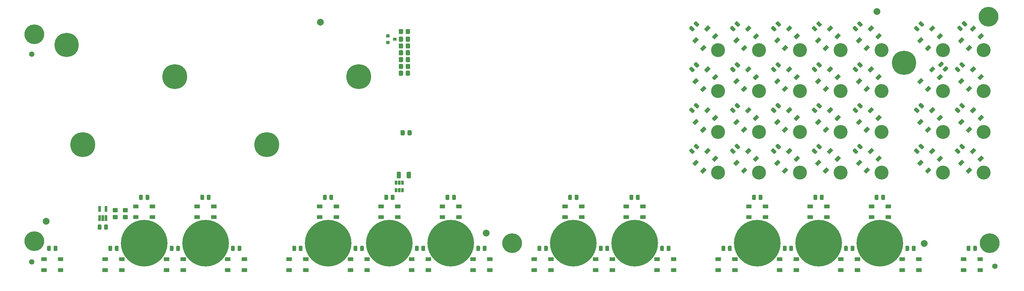
<source format=gbr>
%TF.GenerationSoftware,KiCad,Pcbnew,5.1.9*%
%TF.CreationDate,2021-05-04T07:57:13+02:00*%
%TF.ProjectId,OTTO-Beta-Aux,4f54544f-2d42-4657-9461-2d4175782e6b,rev?*%
%TF.SameCoordinates,Original*%
%TF.FileFunction,Soldermask,Top*%
%TF.FilePolarity,Negative*%
%FSLAX46Y46*%
G04 Gerber Fmt 4.6, Leading zero omitted, Abs format (unit mm)*
G04 Created by KiCad (PCBNEW 5.1.9) date 2021-05-04 07:57:13*
%MOMM*%
%LPD*%
G01*
G04 APERTURE LIST*
%ADD10C,1.600000*%
%ADD11C,2.000000*%
%ADD12C,4.102000*%
%ADD13C,13.702000*%
%ADD14C,7.302000*%
%ADD15C,7.102000*%
%ADD16C,5.800000*%
G04 APERTURE END LIST*
D10*
X302930000Y-87350000D03*
X20200000Y-86100000D03*
X20200000Y-25000000D03*
D11*
X282250000Y-80650000D03*
G36*
G01*
X128706799Y-62215200D02*
X129356801Y-62215200D01*
G75*
G02*
X129407800Y-62266199I0J-50999D01*
G01*
X129407800Y-63326201D01*
G75*
G02*
X129356801Y-63377200I-50999J0D01*
G01*
X128706799Y-63377200D01*
G75*
G02*
X128655800Y-63326201I0J50999D01*
G01*
X128655800Y-62266199D01*
G75*
G02*
X128706799Y-62215200I50999J0D01*
G01*
G37*
G36*
G01*
X127756799Y-62215200D02*
X128406801Y-62215200D01*
G75*
G02*
X128457800Y-62266199I0J-50999D01*
G01*
X128457800Y-63326201D01*
G75*
G02*
X128406801Y-63377200I-50999J0D01*
G01*
X127756799Y-63377200D01*
G75*
G02*
X127705800Y-63326201I0J50999D01*
G01*
X127705800Y-62266199D01*
G75*
G02*
X127756799Y-62215200I50999J0D01*
G01*
G37*
G36*
G01*
X126806799Y-62215200D02*
X127456801Y-62215200D01*
G75*
G02*
X127507800Y-62266199I0J-50999D01*
G01*
X127507800Y-63326201D01*
G75*
G02*
X127456801Y-63377200I-50999J0D01*
G01*
X126806799Y-63377200D01*
G75*
G02*
X126755800Y-63326201I0J50999D01*
G01*
X126755800Y-62266199D01*
G75*
G02*
X126806799Y-62215200I50999J0D01*
G01*
G37*
G36*
G01*
X126806799Y-64415200D02*
X127456801Y-64415200D01*
G75*
G02*
X127507800Y-64466199I0J-50999D01*
G01*
X127507800Y-65526201D01*
G75*
G02*
X127456801Y-65577200I-50999J0D01*
G01*
X126806799Y-65577200D01*
G75*
G02*
X126755800Y-65526201I0J50999D01*
G01*
X126755800Y-64466199D01*
G75*
G02*
X126806799Y-64415200I50999J0D01*
G01*
G37*
G36*
G01*
X128706799Y-64415200D02*
X129356801Y-64415200D01*
G75*
G02*
X129407800Y-64466199I0J-50999D01*
G01*
X129407800Y-65526201D01*
G75*
G02*
X129356801Y-65577200I-50999J0D01*
G01*
X128706799Y-65577200D01*
G75*
G02*
X128655800Y-65526201I0J50999D01*
G01*
X128655800Y-64466199D01*
G75*
G02*
X128706799Y-64415200I50999J0D01*
G01*
G37*
G36*
G01*
X127756799Y-64415200D02*
X128406801Y-64415200D01*
G75*
G02*
X128457800Y-64466199I0J-50999D01*
G01*
X128457800Y-65526201D01*
G75*
G02*
X128406801Y-65577200I-50999J0D01*
G01*
X127756799Y-65577200D01*
G75*
G02*
X127705800Y-65526201I0J50999D01*
G01*
X127705800Y-64466199D01*
G75*
G02*
X127756799Y-64415200I50999J0D01*
G01*
G37*
G36*
G01*
X128582800Y-59867372D02*
X128582800Y-61225028D01*
G75*
G02*
X128310628Y-61497200I-272172J0D01*
G01*
X127602972Y-61497200D01*
G75*
G02*
X127330800Y-61225028I0J272172D01*
G01*
X127330800Y-59867372D01*
G75*
G02*
X127602972Y-59595200I272172J0D01*
G01*
X128310628Y-59595200D01*
G75*
G02*
X128582800Y-59867372I0J-272172D01*
G01*
G37*
G36*
G01*
X131532800Y-59867372D02*
X131532800Y-61225028D01*
G75*
G02*
X131260628Y-61497200I-272172J0D01*
G01*
X130552972Y-61497200D01*
G75*
G02*
X130280800Y-61225028I0J272172D01*
G01*
X130280800Y-59867372D01*
G75*
G02*
X130552972Y-59595200I272172J0D01*
G01*
X131260628Y-59595200D01*
G75*
G02*
X131532800Y-59867372I0J-272172D01*
G01*
G37*
G36*
G01*
X294030826Y-16846988D02*
X293323012Y-16139174D01*
G75*
G02*
X293323012Y-15749558I194808J194808D01*
G01*
X293712628Y-15359942D01*
G75*
G02*
X294102244Y-15359942I194808J-194808D01*
G01*
X294810058Y-16067756D01*
G75*
G02*
X294810058Y-16457372I-194808J-194808D01*
G01*
X294420442Y-16846988D01*
G75*
G02*
X294030826Y-16846988I-194808J194808D01*
G01*
G37*
G36*
G01*
X292687324Y-18190490D02*
X291979510Y-17482676D01*
G75*
G02*
X291979510Y-17093060I194808J194808D01*
G01*
X292369126Y-16703444D01*
G75*
G02*
X292758742Y-16703444I194808J-194808D01*
G01*
X293466556Y-17411258D01*
G75*
G02*
X293466556Y-17800874I-194808J-194808D01*
G01*
X293076940Y-18190490D01*
G75*
G02*
X292687324Y-18190490I-194808J194808D01*
G01*
G37*
G36*
G01*
X280063958Y-16778228D02*
X280771772Y-17486042D01*
G75*
G02*
X280771772Y-17875658I-194808J-194808D01*
G01*
X280382156Y-18265274D01*
G75*
G02*
X279992540Y-18265274I-194808J194808D01*
G01*
X279284726Y-17557460D01*
G75*
G02*
X279284726Y-17167844I194808J194808D01*
G01*
X279674342Y-16778228D01*
G75*
G02*
X280063958Y-16778228I194808J-194808D01*
G01*
G37*
G36*
G01*
X281407460Y-15434726D02*
X282115274Y-16142540D01*
G75*
G02*
X282115274Y-16532156I-194808J-194808D01*
G01*
X281725658Y-16921772D01*
G75*
G02*
X281336042Y-16921772I-194808J194808D01*
G01*
X280628228Y-16213958D01*
G75*
G02*
X280628228Y-15824342I194808J194808D01*
G01*
X281017844Y-15434726D01*
G75*
G02*
X281407460Y-15434726I194808J-194808D01*
G01*
G37*
G36*
G01*
X262063958Y-16778228D02*
X262771772Y-17486042D01*
G75*
G02*
X262771772Y-17875658I-194808J-194808D01*
G01*
X262382156Y-18265274D01*
G75*
G02*
X261992540Y-18265274I-194808J194808D01*
G01*
X261284726Y-17557460D01*
G75*
G02*
X261284726Y-17167844I194808J194808D01*
G01*
X261674342Y-16778228D01*
G75*
G02*
X262063958Y-16778228I194808J-194808D01*
G01*
G37*
G36*
G01*
X263407460Y-15434726D02*
X264115274Y-16142540D01*
G75*
G02*
X264115274Y-16532156I-194808J-194808D01*
G01*
X263725658Y-16921772D01*
G75*
G02*
X263336042Y-16921772I-194808J194808D01*
G01*
X262628228Y-16213958D01*
G75*
G02*
X262628228Y-15824342I194808J194808D01*
G01*
X263017844Y-15434726D01*
G75*
G02*
X263407460Y-15434726I194808J-194808D01*
G01*
G37*
G36*
G01*
X250063958Y-16778228D02*
X250771772Y-17486042D01*
G75*
G02*
X250771772Y-17875658I-194808J-194808D01*
G01*
X250382156Y-18265274D01*
G75*
G02*
X249992540Y-18265274I-194808J194808D01*
G01*
X249284726Y-17557460D01*
G75*
G02*
X249284726Y-17167844I194808J194808D01*
G01*
X249674342Y-16778228D01*
G75*
G02*
X250063958Y-16778228I194808J-194808D01*
G01*
G37*
G36*
G01*
X251407460Y-15434726D02*
X252115274Y-16142540D01*
G75*
G02*
X252115274Y-16532156I-194808J-194808D01*
G01*
X251725658Y-16921772D01*
G75*
G02*
X251336042Y-16921772I-194808J194808D01*
G01*
X250628228Y-16213958D01*
G75*
G02*
X250628228Y-15824342I194808J194808D01*
G01*
X251017844Y-15434726D01*
G75*
G02*
X251407460Y-15434726I194808J-194808D01*
G01*
G37*
G36*
G01*
X238063958Y-16778228D02*
X238771772Y-17486042D01*
G75*
G02*
X238771772Y-17875658I-194808J-194808D01*
G01*
X238382156Y-18265274D01*
G75*
G02*
X237992540Y-18265274I-194808J194808D01*
G01*
X237284726Y-17557460D01*
G75*
G02*
X237284726Y-17167844I194808J194808D01*
G01*
X237674342Y-16778228D01*
G75*
G02*
X238063958Y-16778228I194808J-194808D01*
G01*
G37*
G36*
G01*
X239407460Y-15434726D02*
X240115274Y-16142540D01*
G75*
G02*
X240115274Y-16532156I-194808J-194808D01*
G01*
X239725658Y-16921772D01*
G75*
G02*
X239336042Y-16921772I-194808J194808D01*
G01*
X238628228Y-16213958D01*
G75*
G02*
X238628228Y-15824342I194808J194808D01*
G01*
X239017844Y-15434726D01*
G75*
G02*
X239407460Y-15434726I194808J-194808D01*
G01*
G37*
G36*
G01*
X226063958Y-16778228D02*
X226771772Y-17486042D01*
G75*
G02*
X226771772Y-17875658I-194808J-194808D01*
G01*
X226382156Y-18265274D01*
G75*
G02*
X225992540Y-18265274I-194808J194808D01*
G01*
X225284726Y-17557460D01*
G75*
G02*
X225284726Y-17167844I194808J194808D01*
G01*
X225674342Y-16778228D01*
G75*
G02*
X226063958Y-16778228I194808J-194808D01*
G01*
G37*
G36*
G01*
X227407460Y-15434726D02*
X228115274Y-16142540D01*
G75*
G02*
X228115274Y-16532156I-194808J-194808D01*
G01*
X227725658Y-16921772D01*
G75*
G02*
X227336042Y-16921772I-194808J194808D01*
G01*
X226628228Y-16213958D01*
G75*
G02*
X226628228Y-15824342I194808J194808D01*
G01*
X227017844Y-15434726D01*
G75*
G02*
X227407460Y-15434726I194808J-194808D01*
G01*
G37*
G36*
G01*
X214063958Y-16778228D02*
X214771772Y-17486042D01*
G75*
G02*
X214771772Y-17875658I-194808J-194808D01*
G01*
X214382156Y-18265274D01*
G75*
G02*
X213992540Y-18265274I-194808J194808D01*
G01*
X213284726Y-17557460D01*
G75*
G02*
X213284726Y-17167844I194808J194808D01*
G01*
X213674342Y-16778228D01*
G75*
G02*
X214063958Y-16778228I194808J-194808D01*
G01*
G37*
G36*
G01*
X215407460Y-15434726D02*
X216115274Y-16142540D01*
G75*
G02*
X216115274Y-16532156I-194808J-194808D01*
G01*
X215725658Y-16921772D01*
G75*
G02*
X215336042Y-16921772I-194808J194808D01*
G01*
X214628228Y-16213958D01*
G75*
G02*
X214628228Y-15824342I194808J194808D01*
G01*
X215017844Y-15434726D01*
G75*
G02*
X215407460Y-15434726I194808J-194808D01*
G01*
G37*
G36*
G01*
X41450800Y-76346700D02*
X41450800Y-75345700D01*
G75*
G02*
X41726300Y-75070200I275500J0D01*
G01*
X42277300Y-75070200D01*
G75*
G02*
X42552800Y-75345700I0J-275500D01*
G01*
X42552800Y-76346700D01*
G75*
G02*
X42277300Y-76622200I-275500J0D01*
G01*
X41726300Y-76622200D01*
G75*
G02*
X41450800Y-76346700I0J275500D01*
G01*
G37*
G36*
G01*
X39550800Y-76346700D02*
X39550800Y-75345700D01*
G75*
G02*
X39826300Y-75070200I275500J0D01*
G01*
X40377300Y-75070200D01*
G75*
G02*
X40652800Y-75345700I0J-275500D01*
G01*
X40652800Y-76346700D01*
G75*
G02*
X40377300Y-76622200I-275500J0D01*
G01*
X39826300Y-76622200D01*
G75*
G02*
X39550800Y-76346700I0J275500D01*
G01*
G37*
G36*
G01*
X292063958Y-28778228D02*
X292771772Y-29486042D01*
G75*
G02*
X292771772Y-29875658I-194808J-194808D01*
G01*
X292382156Y-30265274D01*
G75*
G02*
X291992540Y-30265274I-194808J194808D01*
G01*
X291284726Y-29557460D01*
G75*
G02*
X291284726Y-29167844I194808J194808D01*
G01*
X291674342Y-28778228D01*
G75*
G02*
X292063958Y-28778228I194808J-194808D01*
G01*
G37*
G36*
G01*
X293407460Y-27434726D02*
X294115274Y-28142540D01*
G75*
G02*
X294115274Y-28532156I-194808J-194808D01*
G01*
X293725658Y-28921772D01*
G75*
G02*
X293336042Y-28921772I-194808J194808D01*
G01*
X292628228Y-28213958D01*
G75*
G02*
X292628228Y-27824342I194808J194808D01*
G01*
X293017844Y-27434726D01*
G75*
G02*
X293407460Y-27434726I194808J-194808D01*
G01*
G37*
G36*
G01*
X287728228Y-29336042D02*
X288436042Y-28628228D01*
G75*
G02*
X288825658Y-28628228I194808J-194808D01*
G01*
X289215274Y-29017844D01*
G75*
G02*
X289215274Y-29407460I-194808J-194808D01*
G01*
X288507460Y-30115274D01*
G75*
G02*
X288117844Y-30115274I-194808J194808D01*
G01*
X287728228Y-29725658D01*
G75*
G02*
X287728228Y-29336042I194808J194808D01*
G01*
G37*
G36*
G01*
X286384726Y-27992540D02*
X287092540Y-27284726D01*
G75*
G02*
X287482156Y-27284726I194808J-194808D01*
G01*
X287871772Y-27674342D01*
G75*
G02*
X287871772Y-28063958I-194808J-194808D01*
G01*
X287163958Y-28771772D01*
G75*
G02*
X286774342Y-28771772I-194808J194808D01*
G01*
X286384726Y-28382156D01*
G75*
G02*
X286384726Y-27992540I194808J194808D01*
G01*
G37*
G36*
G01*
X262063958Y-28778228D02*
X262771772Y-29486042D01*
G75*
G02*
X262771772Y-29875658I-194808J-194808D01*
G01*
X262382156Y-30265274D01*
G75*
G02*
X261992540Y-30265274I-194808J194808D01*
G01*
X261284726Y-29557460D01*
G75*
G02*
X261284726Y-29167844I194808J194808D01*
G01*
X261674342Y-28778228D01*
G75*
G02*
X262063958Y-28778228I194808J-194808D01*
G01*
G37*
G36*
G01*
X263407460Y-27434726D02*
X264115274Y-28142540D01*
G75*
G02*
X264115274Y-28532156I-194808J-194808D01*
G01*
X263725658Y-28921772D01*
G75*
G02*
X263336042Y-28921772I-194808J194808D01*
G01*
X262628228Y-28213958D01*
G75*
G02*
X262628228Y-27824342I194808J194808D01*
G01*
X263017844Y-27434726D01*
G75*
G02*
X263407460Y-27434726I194808J-194808D01*
G01*
G37*
G36*
G01*
X250063958Y-28778228D02*
X250771772Y-29486042D01*
G75*
G02*
X250771772Y-29875658I-194808J-194808D01*
G01*
X250382156Y-30265274D01*
G75*
G02*
X249992540Y-30265274I-194808J194808D01*
G01*
X249284726Y-29557460D01*
G75*
G02*
X249284726Y-29167844I194808J194808D01*
G01*
X249674342Y-28778228D01*
G75*
G02*
X250063958Y-28778228I194808J-194808D01*
G01*
G37*
G36*
G01*
X251407460Y-27434726D02*
X252115274Y-28142540D01*
G75*
G02*
X252115274Y-28532156I-194808J-194808D01*
G01*
X251725658Y-28921772D01*
G75*
G02*
X251336042Y-28921772I-194808J194808D01*
G01*
X250628228Y-28213958D01*
G75*
G02*
X250628228Y-27824342I194808J194808D01*
G01*
X251017844Y-27434726D01*
G75*
G02*
X251407460Y-27434726I194808J-194808D01*
G01*
G37*
G36*
G01*
X238063958Y-28778228D02*
X238771772Y-29486042D01*
G75*
G02*
X238771772Y-29875658I-194808J-194808D01*
G01*
X238382156Y-30265274D01*
G75*
G02*
X237992540Y-30265274I-194808J194808D01*
G01*
X237284726Y-29557460D01*
G75*
G02*
X237284726Y-29167844I194808J194808D01*
G01*
X237674342Y-28778228D01*
G75*
G02*
X238063958Y-28778228I194808J-194808D01*
G01*
G37*
G36*
G01*
X239407460Y-27434726D02*
X240115274Y-28142540D01*
G75*
G02*
X240115274Y-28532156I-194808J-194808D01*
G01*
X239725658Y-28921772D01*
G75*
G02*
X239336042Y-28921772I-194808J194808D01*
G01*
X238628228Y-28213958D01*
G75*
G02*
X238628228Y-27824342I194808J194808D01*
G01*
X239017844Y-27434726D01*
G75*
G02*
X239407460Y-27434726I194808J-194808D01*
G01*
G37*
G36*
G01*
X226063958Y-28778228D02*
X226771772Y-29486042D01*
G75*
G02*
X226771772Y-29875658I-194808J-194808D01*
G01*
X226382156Y-30265274D01*
G75*
G02*
X225992540Y-30265274I-194808J194808D01*
G01*
X225284726Y-29557460D01*
G75*
G02*
X225284726Y-29167844I194808J194808D01*
G01*
X225674342Y-28778228D01*
G75*
G02*
X226063958Y-28778228I194808J-194808D01*
G01*
G37*
G36*
G01*
X227407460Y-27434726D02*
X228115274Y-28142540D01*
G75*
G02*
X228115274Y-28532156I-194808J-194808D01*
G01*
X227725658Y-28921772D01*
G75*
G02*
X227336042Y-28921772I-194808J194808D01*
G01*
X226628228Y-28213958D01*
G75*
G02*
X226628228Y-27824342I194808J194808D01*
G01*
X227017844Y-27434726D01*
G75*
G02*
X227407460Y-27434726I194808J-194808D01*
G01*
G37*
G36*
G01*
X214063958Y-28778228D02*
X214771772Y-29486042D01*
G75*
G02*
X214771772Y-29875658I-194808J-194808D01*
G01*
X214382156Y-30265274D01*
G75*
G02*
X213992540Y-30265274I-194808J194808D01*
G01*
X213284726Y-29557460D01*
G75*
G02*
X213284726Y-29167844I194808J194808D01*
G01*
X213674342Y-28778228D01*
G75*
G02*
X214063958Y-28778228I194808J-194808D01*
G01*
G37*
G36*
G01*
X215407460Y-27434726D02*
X216115274Y-28142540D01*
G75*
G02*
X216115274Y-28532156I-194808J-194808D01*
G01*
X215725658Y-28921772D01*
G75*
G02*
X215336042Y-28921772I-194808J194808D01*
G01*
X214628228Y-28213958D01*
G75*
G02*
X214628228Y-27824342I194808J194808D01*
G01*
X215017844Y-27434726D01*
G75*
G02*
X215407460Y-27434726I194808J-194808D01*
G01*
G37*
G36*
G01*
X292063958Y-40778228D02*
X292771772Y-41486042D01*
G75*
G02*
X292771772Y-41875658I-194808J-194808D01*
G01*
X292382156Y-42265274D01*
G75*
G02*
X291992540Y-42265274I-194808J194808D01*
G01*
X291284726Y-41557460D01*
G75*
G02*
X291284726Y-41167844I194808J194808D01*
G01*
X291674342Y-40778228D01*
G75*
G02*
X292063958Y-40778228I194808J-194808D01*
G01*
G37*
G36*
G01*
X293407460Y-39434726D02*
X294115274Y-40142540D01*
G75*
G02*
X294115274Y-40532156I-194808J-194808D01*
G01*
X293725658Y-40921772D01*
G75*
G02*
X293336042Y-40921772I-194808J194808D01*
G01*
X292628228Y-40213958D01*
G75*
G02*
X292628228Y-39824342I194808J194808D01*
G01*
X293017844Y-39434726D01*
G75*
G02*
X293407460Y-39434726I194808J-194808D01*
G01*
G37*
G36*
G01*
X280063958Y-40778228D02*
X280771772Y-41486042D01*
G75*
G02*
X280771772Y-41875658I-194808J-194808D01*
G01*
X280382156Y-42265274D01*
G75*
G02*
X279992540Y-42265274I-194808J194808D01*
G01*
X279284726Y-41557460D01*
G75*
G02*
X279284726Y-41167844I194808J194808D01*
G01*
X279674342Y-40778228D01*
G75*
G02*
X280063958Y-40778228I194808J-194808D01*
G01*
G37*
G36*
G01*
X281407460Y-39434726D02*
X282115274Y-40142540D01*
G75*
G02*
X282115274Y-40532156I-194808J-194808D01*
G01*
X281725658Y-40921772D01*
G75*
G02*
X281336042Y-40921772I-194808J194808D01*
G01*
X280628228Y-40213958D01*
G75*
G02*
X280628228Y-39824342I194808J194808D01*
G01*
X281017844Y-39434726D01*
G75*
G02*
X281407460Y-39434726I194808J-194808D01*
G01*
G37*
G36*
G01*
X262063958Y-40778228D02*
X262771772Y-41486042D01*
G75*
G02*
X262771772Y-41875658I-194808J-194808D01*
G01*
X262382156Y-42265274D01*
G75*
G02*
X261992540Y-42265274I-194808J194808D01*
G01*
X261284726Y-41557460D01*
G75*
G02*
X261284726Y-41167844I194808J194808D01*
G01*
X261674342Y-40778228D01*
G75*
G02*
X262063958Y-40778228I194808J-194808D01*
G01*
G37*
G36*
G01*
X263407460Y-39434726D02*
X264115274Y-40142540D01*
G75*
G02*
X264115274Y-40532156I-194808J-194808D01*
G01*
X263725658Y-40921772D01*
G75*
G02*
X263336042Y-40921772I-194808J194808D01*
G01*
X262628228Y-40213958D01*
G75*
G02*
X262628228Y-39824342I194808J194808D01*
G01*
X263017844Y-39434726D01*
G75*
G02*
X263407460Y-39434726I194808J-194808D01*
G01*
G37*
G36*
G01*
X250063958Y-40778228D02*
X250771772Y-41486042D01*
G75*
G02*
X250771772Y-41875658I-194808J-194808D01*
G01*
X250382156Y-42265274D01*
G75*
G02*
X249992540Y-42265274I-194808J194808D01*
G01*
X249284726Y-41557460D01*
G75*
G02*
X249284726Y-41167844I194808J194808D01*
G01*
X249674342Y-40778228D01*
G75*
G02*
X250063958Y-40778228I194808J-194808D01*
G01*
G37*
G36*
G01*
X251407460Y-39434726D02*
X252115274Y-40142540D01*
G75*
G02*
X252115274Y-40532156I-194808J-194808D01*
G01*
X251725658Y-40921772D01*
G75*
G02*
X251336042Y-40921772I-194808J194808D01*
G01*
X250628228Y-40213958D01*
G75*
G02*
X250628228Y-39824342I194808J194808D01*
G01*
X251017844Y-39434726D01*
G75*
G02*
X251407460Y-39434726I194808J-194808D01*
G01*
G37*
G36*
G01*
X238063958Y-40778228D02*
X238771772Y-41486042D01*
G75*
G02*
X238771772Y-41875658I-194808J-194808D01*
G01*
X238382156Y-42265274D01*
G75*
G02*
X237992540Y-42265274I-194808J194808D01*
G01*
X237284726Y-41557460D01*
G75*
G02*
X237284726Y-41167844I194808J194808D01*
G01*
X237674342Y-40778228D01*
G75*
G02*
X238063958Y-40778228I194808J-194808D01*
G01*
G37*
G36*
G01*
X239407460Y-39434726D02*
X240115274Y-40142540D01*
G75*
G02*
X240115274Y-40532156I-194808J-194808D01*
G01*
X239725658Y-40921772D01*
G75*
G02*
X239336042Y-40921772I-194808J194808D01*
G01*
X238628228Y-40213958D01*
G75*
G02*
X238628228Y-39824342I194808J194808D01*
G01*
X239017844Y-39434726D01*
G75*
G02*
X239407460Y-39434726I194808J-194808D01*
G01*
G37*
G36*
G01*
X226063958Y-40778228D02*
X226771772Y-41486042D01*
G75*
G02*
X226771772Y-41875658I-194808J-194808D01*
G01*
X226382156Y-42265274D01*
G75*
G02*
X225992540Y-42265274I-194808J194808D01*
G01*
X225284726Y-41557460D01*
G75*
G02*
X225284726Y-41167844I194808J194808D01*
G01*
X225674342Y-40778228D01*
G75*
G02*
X226063958Y-40778228I194808J-194808D01*
G01*
G37*
G36*
G01*
X227407460Y-39434726D02*
X228115274Y-40142540D01*
G75*
G02*
X228115274Y-40532156I-194808J-194808D01*
G01*
X227725658Y-40921772D01*
G75*
G02*
X227336042Y-40921772I-194808J194808D01*
G01*
X226628228Y-40213958D01*
G75*
G02*
X226628228Y-39824342I194808J194808D01*
G01*
X227017844Y-39434726D01*
G75*
G02*
X227407460Y-39434726I194808J-194808D01*
G01*
G37*
G36*
G01*
X214063958Y-40778228D02*
X214771772Y-41486042D01*
G75*
G02*
X214771772Y-41875658I-194808J-194808D01*
G01*
X214382156Y-42265274D01*
G75*
G02*
X213992540Y-42265274I-194808J194808D01*
G01*
X213284726Y-41557460D01*
G75*
G02*
X213284726Y-41167844I194808J194808D01*
G01*
X213674342Y-40778228D01*
G75*
G02*
X214063958Y-40778228I194808J-194808D01*
G01*
G37*
G36*
G01*
X215407460Y-39434726D02*
X216115274Y-40142540D01*
G75*
G02*
X216115274Y-40532156I-194808J-194808D01*
G01*
X215725658Y-40921772D01*
G75*
G02*
X215336042Y-40921772I-194808J194808D01*
G01*
X214628228Y-40213958D01*
G75*
G02*
X214628228Y-39824342I194808J194808D01*
G01*
X215017844Y-39434726D01*
G75*
G02*
X215407460Y-39434726I194808J-194808D01*
G01*
G37*
G36*
G01*
X292063958Y-52778228D02*
X292771772Y-53486042D01*
G75*
G02*
X292771772Y-53875658I-194808J-194808D01*
G01*
X292382156Y-54265274D01*
G75*
G02*
X291992540Y-54265274I-194808J194808D01*
G01*
X291284726Y-53557460D01*
G75*
G02*
X291284726Y-53167844I194808J194808D01*
G01*
X291674342Y-52778228D01*
G75*
G02*
X292063958Y-52778228I194808J-194808D01*
G01*
G37*
G36*
G01*
X293407460Y-51434726D02*
X294115274Y-52142540D01*
G75*
G02*
X294115274Y-52532156I-194808J-194808D01*
G01*
X293725658Y-52921772D01*
G75*
G02*
X293336042Y-52921772I-194808J194808D01*
G01*
X292628228Y-52213958D01*
G75*
G02*
X292628228Y-51824342I194808J194808D01*
G01*
X293017844Y-51434726D01*
G75*
G02*
X293407460Y-51434726I194808J-194808D01*
G01*
G37*
G36*
G01*
X280063958Y-52778228D02*
X280771772Y-53486042D01*
G75*
G02*
X280771772Y-53875658I-194808J-194808D01*
G01*
X280382156Y-54265274D01*
G75*
G02*
X279992540Y-54265274I-194808J194808D01*
G01*
X279284726Y-53557460D01*
G75*
G02*
X279284726Y-53167844I194808J194808D01*
G01*
X279674342Y-52778228D01*
G75*
G02*
X280063958Y-52778228I194808J-194808D01*
G01*
G37*
G36*
G01*
X281407460Y-51434726D02*
X282115274Y-52142540D01*
G75*
G02*
X282115274Y-52532156I-194808J-194808D01*
G01*
X281725658Y-52921772D01*
G75*
G02*
X281336042Y-52921772I-194808J194808D01*
G01*
X280628228Y-52213958D01*
G75*
G02*
X280628228Y-51824342I194808J194808D01*
G01*
X281017844Y-51434726D01*
G75*
G02*
X281407460Y-51434726I194808J-194808D01*
G01*
G37*
G36*
G01*
X262063958Y-52778228D02*
X262771772Y-53486042D01*
G75*
G02*
X262771772Y-53875658I-194808J-194808D01*
G01*
X262382156Y-54265274D01*
G75*
G02*
X261992540Y-54265274I-194808J194808D01*
G01*
X261284726Y-53557460D01*
G75*
G02*
X261284726Y-53167844I194808J194808D01*
G01*
X261674342Y-52778228D01*
G75*
G02*
X262063958Y-52778228I194808J-194808D01*
G01*
G37*
G36*
G01*
X263407460Y-51434726D02*
X264115274Y-52142540D01*
G75*
G02*
X264115274Y-52532156I-194808J-194808D01*
G01*
X263725658Y-52921772D01*
G75*
G02*
X263336042Y-52921772I-194808J194808D01*
G01*
X262628228Y-52213958D01*
G75*
G02*
X262628228Y-51824342I194808J194808D01*
G01*
X263017844Y-51434726D01*
G75*
G02*
X263407460Y-51434726I194808J-194808D01*
G01*
G37*
G36*
G01*
X250063958Y-52778228D02*
X250771772Y-53486042D01*
G75*
G02*
X250771772Y-53875658I-194808J-194808D01*
G01*
X250382156Y-54265274D01*
G75*
G02*
X249992540Y-54265274I-194808J194808D01*
G01*
X249284726Y-53557460D01*
G75*
G02*
X249284726Y-53167844I194808J194808D01*
G01*
X249674342Y-52778228D01*
G75*
G02*
X250063958Y-52778228I194808J-194808D01*
G01*
G37*
G36*
G01*
X251407460Y-51434726D02*
X252115274Y-52142540D01*
G75*
G02*
X252115274Y-52532156I-194808J-194808D01*
G01*
X251725658Y-52921772D01*
G75*
G02*
X251336042Y-52921772I-194808J194808D01*
G01*
X250628228Y-52213958D01*
G75*
G02*
X250628228Y-51824342I194808J194808D01*
G01*
X251017844Y-51434726D01*
G75*
G02*
X251407460Y-51434726I194808J-194808D01*
G01*
G37*
G36*
G01*
X238063958Y-52778228D02*
X238771772Y-53486042D01*
G75*
G02*
X238771772Y-53875658I-194808J-194808D01*
G01*
X238382156Y-54265274D01*
G75*
G02*
X237992540Y-54265274I-194808J194808D01*
G01*
X237284726Y-53557460D01*
G75*
G02*
X237284726Y-53167844I194808J194808D01*
G01*
X237674342Y-52778228D01*
G75*
G02*
X238063958Y-52778228I194808J-194808D01*
G01*
G37*
G36*
G01*
X239407460Y-51434726D02*
X240115274Y-52142540D01*
G75*
G02*
X240115274Y-52532156I-194808J-194808D01*
G01*
X239725658Y-52921772D01*
G75*
G02*
X239336042Y-52921772I-194808J194808D01*
G01*
X238628228Y-52213958D01*
G75*
G02*
X238628228Y-51824342I194808J194808D01*
G01*
X239017844Y-51434726D01*
G75*
G02*
X239407460Y-51434726I194808J-194808D01*
G01*
G37*
G36*
G01*
X226063958Y-52778228D02*
X226771772Y-53486042D01*
G75*
G02*
X226771772Y-53875658I-194808J-194808D01*
G01*
X226382156Y-54265274D01*
G75*
G02*
X225992540Y-54265274I-194808J194808D01*
G01*
X225284726Y-53557460D01*
G75*
G02*
X225284726Y-53167844I194808J194808D01*
G01*
X225674342Y-52778228D01*
G75*
G02*
X226063958Y-52778228I194808J-194808D01*
G01*
G37*
G36*
G01*
X227407460Y-51434726D02*
X228115274Y-52142540D01*
G75*
G02*
X228115274Y-52532156I-194808J-194808D01*
G01*
X227725658Y-52921772D01*
G75*
G02*
X227336042Y-52921772I-194808J194808D01*
G01*
X226628228Y-52213958D01*
G75*
G02*
X226628228Y-51824342I194808J194808D01*
G01*
X227017844Y-51434726D01*
G75*
G02*
X227407460Y-51434726I194808J-194808D01*
G01*
G37*
G36*
G01*
X214063958Y-52778228D02*
X214771772Y-53486042D01*
G75*
G02*
X214771772Y-53875658I-194808J-194808D01*
G01*
X214382156Y-54265274D01*
G75*
G02*
X213992540Y-54265274I-194808J194808D01*
G01*
X213284726Y-53557460D01*
G75*
G02*
X213284726Y-53167844I194808J194808D01*
G01*
X213674342Y-52778228D01*
G75*
G02*
X214063958Y-52778228I194808J-194808D01*
G01*
G37*
G36*
G01*
X215407460Y-51434726D02*
X216115274Y-52142540D01*
G75*
G02*
X216115274Y-52532156I-194808J-194808D01*
G01*
X215725658Y-52921772D01*
G75*
G02*
X215336042Y-52921772I-194808J194808D01*
G01*
X214628228Y-52213958D01*
G75*
G02*
X214628228Y-51824342I194808J194808D01*
G01*
X215017844Y-51434726D01*
G75*
G02*
X215407460Y-51434726I194808J-194808D01*
G01*
G37*
G36*
G01*
X268801000Y-66599500D02*
X268801000Y-67600500D01*
G75*
G02*
X268525500Y-67876000I-275500J0D01*
G01*
X267974500Y-67876000D01*
G75*
G02*
X267699000Y-67600500I0J275500D01*
G01*
X267699000Y-66599500D01*
G75*
G02*
X267974500Y-66324000I275500J0D01*
G01*
X268525500Y-66324000D01*
G75*
G02*
X268801000Y-66599500I0J-275500D01*
G01*
G37*
G36*
G01*
X270701000Y-66599500D02*
X270701000Y-67600500D01*
G75*
G02*
X270425500Y-67876000I-275500J0D01*
G01*
X269874500Y-67876000D01*
G75*
G02*
X269599000Y-67600500I0J275500D01*
G01*
X269599000Y-66599500D01*
G75*
G02*
X269874500Y-66324000I275500J0D01*
G01*
X270425500Y-66324000D01*
G75*
G02*
X270701000Y-66599500I0J-275500D01*
G01*
G37*
G36*
G01*
X250801000Y-66599500D02*
X250801000Y-67600500D01*
G75*
G02*
X250525500Y-67876000I-275500J0D01*
G01*
X249974500Y-67876000D01*
G75*
G02*
X249699000Y-67600500I0J275500D01*
G01*
X249699000Y-66599500D01*
G75*
G02*
X249974500Y-66324000I275500J0D01*
G01*
X250525500Y-66324000D01*
G75*
G02*
X250801000Y-66599500I0J-275500D01*
G01*
G37*
G36*
G01*
X252701000Y-66599500D02*
X252701000Y-67600500D01*
G75*
G02*
X252425500Y-67876000I-275500J0D01*
G01*
X251874500Y-67876000D01*
G75*
G02*
X251599000Y-67600500I0J275500D01*
G01*
X251599000Y-66599500D01*
G75*
G02*
X251874500Y-66324000I275500J0D01*
G01*
X252425500Y-66324000D01*
G75*
G02*
X252701000Y-66599500I0J-275500D01*
G01*
G37*
G36*
G01*
X232801000Y-66599500D02*
X232801000Y-67600500D01*
G75*
G02*
X232525500Y-67876000I-275500J0D01*
G01*
X231974500Y-67876000D01*
G75*
G02*
X231699000Y-67600500I0J275500D01*
G01*
X231699000Y-66599500D01*
G75*
G02*
X231974500Y-66324000I275500J0D01*
G01*
X232525500Y-66324000D01*
G75*
G02*
X232801000Y-66599500I0J-275500D01*
G01*
G37*
G36*
G01*
X234701000Y-66599500D02*
X234701000Y-67600500D01*
G75*
G02*
X234425500Y-67876000I-275500J0D01*
G01*
X233874500Y-67876000D01*
G75*
G02*
X233599000Y-67600500I0J275500D01*
G01*
X233599000Y-66599500D01*
G75*
G02*
X233874500Y-66324000I275500J0D01*
G01*
X234425500Y-66324000D01*
G75*
G02*
X234701000Y-66599500I0J-275500D01*
G01*
G37*
G36*
G01*
X196801000Y-66599500D02*
X196801000Y-67600500D01*
G75*
G02*
X196525500Y-67876000I-275500J0D01*
G01*
X195974500Y-67876000D01*
G75*
G02*
X195699000Y-67600500I0J275500D01*
G01*
X195699000Y-66599500D01*
G75*
G02*
X195974500Y-66324000I275500J0D01*
G01*
X196525500Y-66324000D01*
G75*
G02*
X196801000Y-66599500I0J-275500D01*
G01*
G37*
G36*
G01*
X198701000Y-66599500D02*
X198701000Y-67600500D01*
G75*
G02*
X198425500Y-67876000I-275500J0D01*
G01*
X197874500Y-67876000D01*
G75*
G02*
X197599000Y-67600500I0J275500D01*
G01*
X197599000Y-66599500D01*
G75*
G02*
X197874500Y-66324000I275500J0D01*
G01*
X198425500Y-66324000D01*
G75*
G02*
X198701000Y-66599500I0J-275500D01*
G01*
G37*
G36*
G01*
X178801000Y-66599500D02*
X178801000Y-67600500D01*
G75*
G02*
X178525500Y-67876000I-275500J0D01*
G01*
X177974500Y-67876000D01*
G75*
G02*
X177699000Y-67600500I0J275500D01*
G01*
X177699000Y-66599500D01*
G75*
G02*
X177974500Y-66324000I275500J0D01*
G01*
X178525500Y-66324000D01*
G75*
G02*
X178801000Y-66599500I0J-275500D01*
G01*
G37*
G36*
G01*
X180701000Y-66599500D02*
X180701000Y-67600500D01*
G75*
G02*
X180425500Y-67876000I-275500J0D01*
G01*
X179874500Y-67876000D01*
G75*
G02*
X179599000Y-67600500I0J275500D01*
G01*
X179599000Y-66599500D01*
G75*
G02*
X179874500Y-66324000I275500J0D01*
G01*
X180425500Y-66324000D01*
G75*
G02*
X180701000Y-66599500I0J-275500D01*
G01*
G37*
G36*
G01*
X142801000Y-66599500D02*
X142801000Y-67600500D01*
G75*
G02*
X142525500Y-67876000I-275500J0D01*
G01*
X141974500Y-67876000D01*
G75*
G02*
X141699000Y-67600500I0J275500D01*
G01*
X141699000Y-66599500D01*
G75*
G02*
X141974500Y-66324000I275500J0D01*
G01*
X142525500Y-66324000D01*
G75*
G02*
X142801000Y-66599500I0J-275500D01*
G01*
G37*
G36*
G01*
X144701000Y-66599500D02*
X144701000Y-67600500D01*
G75*
G02*
X144425500Y-67876000I-275500J0D01*
G01*
X143874500Y-67876000D01*
G75*
G02*
X143599000Y-67600500I0J275500D01*
G01*
X143599000Y-66599500D01*
G75*
G02*
X143874500Y-66324000I275500J0D01*
G01*
X144425500Y-66324000D01*
G75*
G02*
X144701000Y-66599500I0J-275500D01*
G01*
G37*
G36*
G01*
X124801000Y-66599500D02*
X124801000Y-67600500D01*
G75*
G02*
X124525500Y-67876000I-275500J0D01*
G01*
X123974500Y-67876000D01*
G75*
G02*
X123699000Y-67600500I0J275500D01*
G01*
X123699000Y-66599500D01*
G75*
G02*
X123974500Y-66324000I275500J0D01*
G01*
X124525500Y-66324000D01*
G75*
G02*
X124801000Y-66599500I0J-275500D01*
G01*
G37*
G36*
G01*
X126701000Y-66599500D02*
X126701000Y-67600500D01*
G75*
G02*
X126425500Y-67876000I-275500J0D01*
G01*
X125874500Y-67876000D01*
G75*
G02*
X125599000Y-67600500I0J275500D01*
G01*
X125599000Y-66599500D01*
G75*
G02*
X125874500Y-66324000I275500J0D01*
G01*
X126425500Y-66324000D01*
G75*
G02*
X126701000Y-66599500I0J-275500D01*
G01*
G37*
G36*
G01*
X106801000Y-66599500D02*
X106801000Y-67600500D01*
G75*
G02*
X106525500Y-67876000I-275500J0D01*
G01*
X105974500Y-67876000D01*
G75*
G02*
X105699000Y-67600500I0J275500D01*
G01*
X105699000Y-66599500D01*
G75*
G02*
X105974500Y-66324000I275500J0D01*
G01*
X106525500Y-66324000D01*
G75*
G02*
X106801000Y-66599500I0J-275500D01*
G01*
G37*
G36*
G01*
X108701000Y-66599500D02*
X108701000Y-67600500D01*
G75*
G02*
X108425500Y-67876000I-275500J0D01*
G01*
X107874500Y-67876000D01*
G75*
G02*
X107599000Y-67600500I0J275500D01*
G01*
X107599000Y-66599500D01*
G75*
G02*
X107874500Y-66324000I275500J0D01*
G01*
X108425500Y-66324000D01*
G75*
G02*
X108701000Y-66599500I0J-275500D01*
G01*
G37*
G36*
G01*
X70801000Y-66599500D02*
X70801000Y-67600500D01*
G75*
G02*
X70525500Y-67876000I-275500J0D01*
G01*
X69974500Y-67876000D01*
G75*
G02*
X69699000Y-67600500I0J275500D01*
G01*
X69699000Y-66599500D01*
G75*
G02*
X69974500Y-66324000I275500J0D01*
G01*
X70525500Y-66324000D01*
G75*
G02*
X70801000Y-66599500I0J-275500D01*
G01*
G37*
G36*
G01*
X72701000Y-66599500D02*
X72701000Y-67600500D01*
G75*
G02*
X72425500Y-67876000I-275500J0D01*
G01*
X71874500Y-67876000D01*
G75*
G02*
X71599000Y-67600500I0J275500D01*
G01*
X71599000Y-66599500D01*
G75*
G02*
X71874500Y-66324000I275500J0D01*
G01*
X72425500Y-66324000D01*
G75*
G02*
X72701000Y-66599500I0J-275500D01*
G01*
G37*
G36*
G01*
X52801000Y-66599500D02*
X52801000Y-67600500D01*
G75*
G02*
X52525500Y-67876000I-275500J0D01*
G01*
X51974500Y-67876000D01*
G75*
G02*
X51699000Y-67600500I0J275500D01*
G01*
X51699000Y-66599500D01*
G75*
G02*
X51974500Y-66324000I275500J0D01*
G01*
X52525500Y-66324000D01*
G75*
G02*
X52801000Y-66599500I0J-275500D01*
G01*
G37*
G36*
G01*
X54701000Y-66599500D02*
X54701000Y-67600500D01*
G75*
G02*
X54425500Y-67876000I-275500J0D01*
G01*
X53874500Y-67876000D01*
G75*
G02*
X53599000Y-67600500I0J275500D01*
G01*
X53599000Y-66599500D01*
G75*
G02*
X53874500Y-66324000I275500J0D01*
G01*
X54425500Y-66324000D01*
G75*
G02*
X54701000Y-66599500I0J-275500D01*
G01*
G37*
G36*
G01*
X295801000Y-81599500D02*
X295801000Y-82600500D01*
G75*
G02*
X295525500Y-82876000I-275500J0D01*
G01*
X294974500Y-82876000D01*
G75*
G02*
X294699000Y-82600500I0J275500D01*
G01*
X294699000Y-81599500D01*
G75*
G02*
X294974500Y-81324000I275500J0D01*
G01*
X295525500Y-81324000D01*
G75*
G02*
X295801000Y-81599500I0J-275500D01*
G01*
G37*
G36*
G01*
X297701000Y-81599500D02*
X297701000Y-82600500D01*
G75*
G02*
X297425500Y-82876000I-275500J0D01*
G01*
X296874500Y-82876000D01*
G75*
G02*
X296599000Y-82600500I0J275500D01*
G01*
X296599000Y-81599500D01*
G75*
G02*
X296874500Y-81324000I275500J0D01*
G01*
X297425500Y-81324000D01*
G75*
G02*
X297701000Y-81599500I0J-275500D01*
G01*
G37*
G36*
G01*
X277801000Y-81599500D02*
X277801000Y-82600500D01*
G75*
G02*
X277525500Y-82876000I-275500J0D01*
G01*
X276974500Y-82876000D01*
G75*
G02*
X276699000Y-82600500I0J275500D01*
G01*
X276699000Y-81599500D01*
G75*
G02*
X276974500Y-81324000I275500J0D01*
G01*
X277525500Y-81324000D01*
G75*
G02*
X277801000Y-81599500I0J-275500D01*
G01*
G37*
G36*
G01*
X279701000Y-81599500D02*
X279701000Y-82600500D01*
G75*
G02*
X279425500Y-82876000I-275500J0D01*
G01*
X278874500Y-82876000D01*
G75*
G02*
X278599000Y-82600500I0J275500D01*
G01*
X278599000Y-81599500D01*
G75*
G02*
X278874500Y-81324000I275500J0D01*
G01*
X279425500Y-81324000D01*
G75*
G02*
X279701000Y-81599500I0J-275500D01*
G01*
G37*
G36*
G01*
X259801000Y-81599500D02*
X259801000Y-82600500D01*
G75*
G02*
X259525500Y-82876000I-275500J0D01*
G01*
X258974500Y-82876000D01*
G75*
G02*
X258699000Y-82600500I0J275500D01*
G01*
X258699000Y-81599500D01*
G75*
G02*
X258974500Y-81324000I275500J0D01*
G01*
X259525500Y-81324000D01*
G75*
G02*
X259801000Y-81599500I0J-275500D01*
G01*
G37*
G36*
G01*
X261701000Y-81599500D02*
X261701000Y-82600500D01*
G75*
G02*
X261425500Y-82876000I-275500J0D01*
G01*
X260874500Y-82876000D01*
G75*
G02*
X260599000Y-82600500I0J275500D01*
G01*
X260599000Y-81599500D01*
G75*
G02*
X260874500Y-81324000I275500J0D01*
G01*
X261425500Y-81324000D01*
G75*
G02*
X261701000Y-81599500I0J-275500D01*
G01*
G37*
G36*
G01*
X241801000Y-81599500D02*
X241801000Y-82600500D01*
G75*
G02*
X241525500Y-82876000I-275500J0D01*
G01*
X240974500Y-82876000D01*
G75*
G02*
X240699000Y-82600500I0J275500D01*
G01*
X240699000Y-81599500D01*
G75*
G02*
X240974500Y-81324000I275500J0D01*
G01*
X241525500Y-81324000D01*
G75*
G02*
X241801000Y-81599500I0J-275500D01*
G01*
G37*
G36*
G01*
X243701000Y-81599500D02*
X243701000Y-82600500D01*
G75*
G02*
X243425500Y-82876000I-275500J0D01*
G01*
X242874500Y-82876000D01*
G75*
G02*
X242599000Y-82600500I0J275500D01*
G01*
X242599000Y-81599500D01*
G75*
G02*
X242874500Y-81324000I275500J0D01*
G01*
X243425500Y-81324000D01*
G75*
G02*
X243701000Y-81599500I0J-275500D01*
G01*
G37*
G36*
G01*
X223801000Y-81599500D02*
X223801000Y-82600500D01*
G75*
G02*
X223525500Y-82876000I-275500J0D01*
G01*
X222974500Y-82876000D01*
G75*
G02*
X222699000Y-82600500I0J275500D01*
G01*
X222699000Y-81599500D01*
G75*
G02*
X222974500Y-81324000I275500J0D01*
G01*
X223525500Y-81324000D01*
G75*
G02*
X223801000Y-81599500I0J-275500D01*
G01*
G37*
G36*
G01*
X225701000Y-81599500D02*
X225701000Y-82600500D01*
G75*
G02*
X225425500Y-82876000I-275500J0D01*
G01*
X224874500Y-82876000D01*
G75*
G02*
X224599000Y-82600500I0J275500D01*
G01*
X224599000Y-81599500D01*
G75*
G02*
X224874500Y-81324000I275500J0D01*
G01*
X225425500Y-81324000D01*
G75*
G02*
X225701000Y-81599500I0J-275500D01*
G01*
G37*
G36*
G01*
X205801000Y-81599500D02*
X205801000Y-82600500D01*
G75*
G02*
X205525500Y-82876000I-275500J0D01*
G01*
X204974500Y-82876000D01*
G75*
G02*
X204699000Y-82600500I0J275500D01*
G01*
X204699000Y-81599500D01*
G75*
G02*
X204974500Y-81324000I275500J0D01*
G01*
X205525500Y-81324000D01*
G75*
G02*
X205801000Y-81599500I0J-275500D01*
G01*
G37*
G36*
G01*
X207701000Y-81599500D02*
X207701000Y-82600500D01*
G75*
G02*
X207425500Y-82876000I-275500J0D01*
G01*
X206874500Y-82876000D01*
G75*
G02*
X206599000Y-82600500I0J275500D01*
G01*
X206599000Y-81599500D01*
G75*
G02*
X206874500Y-81324000I275500J0D01*
G01*
X207425500Y-81324000D01*
G75*
G02*
X207701000Y-81599500I0J-275500D01*
G01*
G37*
G36*
G01*
X187801000Y-81599500D02*
X187801000Y-82600500D01*
G75*
G02*
X187525500Y-82876000I-275500J0D01*
G01*
X186974500Y-82876000D01*
G75*
G02*
X186699000Y-82600500I0J275500D01*
G01*
X186699000Y-81599500D01*
G75*
G02*
X186974500Y-81324000I275500J0D01*
G01*
X187525500Y-81324000D01*
G75*
G02*
X187801000Y-81599500I0J-275500D01*
G01*
G37*
G36*
G01*
X189701000Y-81599500D02*
X189701000Y-82600500D01*
G75*
G02*
X189425500Y-82876000I-275500J0D01*
G01*
X188874500Y-82876000D01*
G75*
G02*
X188599000Y-82600500I0J275500D01*
G01*
X188599000Y-81599500D01*
G75*
G02*
X188874500Y-81324000I275500J0D01*
G01*
X189425500Y-81324000D01*
G75*
G02*
X189701000Y-81599500I0J-275500D01*
G01*
G37*
G36*
G01*
X169801000Y-81599500D02*
X169801000Y-82600500D01*
G75*
G02*
X169525500Y-82876000I-275500J0D01*
G01*
X168974500Y-82876000D01*
G75*
G02*
X168699000Y-82600500I0J275500D01*
G01*
X168699000Y-81599500D01*
G75*
G02*
X168974500Y-81324000I275500J0D01*
G01*
X169525500Y-81324000D01*
G75*
G02*
X169801000Y-81599500I0J-275500D01*
G01*
G37*
G36*
G01*
X171701000Y-81599500D02*
X171701000Y-82600500D01*
G75*
G02*
X171425500Y-82876000I-275500J0D01*
G01*
X170874500Y-82876000D01*
G75*
G02*
X170599000Y-82600500I0J275500D01*
G01*
X170599000Y-81599500D01*
G75*
G02*
X170874500Y-81324000I275500J0D01*
G01*
X171425500Y-81324000D01*
G75*
G02*
X171701000Y-81599500I0J-275500D01*
G01*
G37*
G36*
G01*
X151801000Y-81599500D02*
X151801000Y-82600500D01*
G75*
G02*
X151525500Y-82876000I-275500J0D01*
G01*
X150974500Y-82876000D01*
G75*
G02*
X150699000Y-82600500I0J275500D01*
G01*
X150699000Y-81599500D01*
G75*
G02*
X150974500Y-81324000I275500J0D01*
G01*
X151525500Y-81324000D01*
G75*
G02*
X151801000Y-81599500I0J-275500D01*
G01*
G37*
G36*
G01*
X153701000Y-81599500D02*
X153701000Y-82600500D01*
G75*
G02*
X153425500Y-82876000I-275500J0D01*
G01*
X152874500Y-82876000D01*
G75*
G02*
X152599000Y-82600500I0J275500D01*
G01*
X152599000Y-81599500D01*
G75*
G02*
X152874500Y-81324000I275500J0D01*
G01*
X153425500Y-81324000D01*
G75*
G02*
X153701000Y-81599500I0J-275500D01*
G01*
G37*
G36*
G01*
X133801000Y-81599500D02*
X133801000Y-82600500D01*
G75*
G02*
X133525500Y-82876000I-275500J0D01*
G01*
X132974500Y-82876000D01*
G75*
G02*
X132699000Y-82600500I0J275500D01*
G01*
X132699000Y-81599500D01*
G75*
G02*
X132974500Y-81324000I275500J0D01*
G01*
X133525500Y-81324000D01*
G75*
G02*
X133801000Y-81599500I0J-275500D01*
G01*
G37*
G36*
G01*
X135701000Y-81599500D02*
X135701000Y-82600500D01*
G75*
G02*
X135425500Y-82876000I-275500J0D01*
G01*
X134874500Y-82876000D01*
G75*
G02*
X134599000Y-82600500I0J275500D01*
G01*
X134599000Y-81599500D01*
G75*
G02*
X134874500Y-81324000I275500J0D01*
G01*
X135425500Y-81324000D01*
G75*
G02*
X135701000Y-81599500I0J-275500D01*
G01*
G37*
G36*
G01*
X115801000Y-81599500D02*
X115801000Y-82600500D01*
G75*
G02*
X115525500Y-82876000I-275500J0D01*
G01*
X114974500Y-82876000D01*
G75*
G02*
X114699000Y-82600500I0J275500D01*
G01*
X114699000Y-81599500D01*
G75*
G02*
X114974500Y-81324000I275500J0D01*
G01*
X115525500Y-81324000D01*
G75*
G02*
X115801000Y-81599500I0J-275500D01*
G01*
G37*
G36*
G01*
X117701000Y-81599500D02*
X117701000Y-82600500D01*
G75*
G02*
X117425500Y-82876000I-275500J0D01*
G01*
X116874500Y-82876000D01*
G75*
G02*
X116599000Y-82600500I0J275500D01*
G01*
X116599000Y-81599500D01*
G75*
G02*
X116874500Y-81324000I275500J0D01*
G01*
X117425500Y-81324000D01*
G75*
G02*
X117701000Y-81599500I0J-275500D01*
G01*
G37*
G36*
G01*
X97801000Y-81599500D02*
X97801000Y-82600500D01*
G75*
G02*
X97525500Y-82876000I-275500J0D01*
G01*
X96974500Y-82876000D01*
G75*
G02*
X96699000Y-82600500I0J275500D01*
G01*
X96699000Y-81599500D01*
G75*
G02*
X96974500Y-81324000I275500J0D01*
G01*
X97525500Y-81324000D01*
G75*
G02*
X97801000Y-81599500I0J-275500D01*
G01*
G37*
G36*
G01*
X99701000Y-81599500D02*
X99701000Y-82600500D01*
G75*
G02*
X99425500Y-82876000I-275500J0D01*
G01*
X98874500Y-82876000D01*
G75*
G02*
X98599000Y-82600500I0J275500D01*
G01*
X98599000Y-81599500D01*
G75*
G02*
X98874500Y-81324000I275500J0D01*
G01*
X99425500Y-81324000D01*
G75*
G02*
X99701000Y-81599500I0J-275500D01*
G01*
G37*
G36*
G01*
X79801000Y-81599500D02*
X79801000Y-82600500D01*
G75*
G02*
X79525500Y-82876000I-275500J0D01*
G01*
X78974500Y-82876000D01*
G75*
G02*
X78699000Y-82600500I0J275500D01*
G01*
X78699000Y-81599500D01*
G75*
G02*
X78974500Y-81324000I275500J0D01*
G01*
X79525500Y-81324000D01*
G75*
G02*
X79801000Y-81599500I0J-275500D01*
G01*
G37*
G36*
G01*
X81701000Y-81599500D02*
X81701000Y-82600500D01*
G75*
G02*
X81425500Y-82876000I-275500J0D01*
G01*
X80874500Y-82876000D01*
G75*
G02*
X80599000Y-82600500I0J275500D01*
G01*
X80599000Y-81599500D01*
G75*
G02*
X80874500Y-81324000I275500J0D01*
G01*
X81425500Y-81324000D01*
G75*
G02*
X81701000Y-81599500I0J-275500D01*
G01*
G37*
G36*
G01*
X61801000Y-81599500D02*
X61801000Y-82600500D01*
G75*
G02*
X61525500Y-82876000I-275500J0D01*
G01*
X60974500Y-82876000D01*
G75*
G02*
X60699000Y-82600500I0J275500D01*
G01*
X60699000Y-81599500D01*
G75*
G02*
X60974500Y-81324000I275500J0D01*
G01*
X61525500Y-81324000D01*
G75*
G02*
X61801000Y-81599500I0J-275500D01*
G01*
G37*
G36*
G01*
X63701000Y-81599500D02*
X63701000Y-82600500D01*
G75*
G02*
X63425500Y-82876000I-275500J0D01*
G01*
X62874500Y-82876000D01*
G75*
G02*
X62599000Y-82600500I0J275500D01*
G01*
X62599000Y-81599500D01*
G75*
G02*
X62874500Y-81324000I275500J0D01*
G01*
X63425500Y-81324000D01*
G75*
G02*
X63701000Y-81599500I0J-275500D01*
G01*
G37*
G36*
G01*
X43801000Y-81599500D02*
X43801000Y-82600500D01*
G75*
G02*
X43525500Y-82876000I-275500J0D01*
G01*
X42974500Y-82876000D01*
G75*
G02*
X42699000Y-82600500I0J275500D01*
G01*
X42699000Y-81599500D01*
G75*
G02*
X42974500Y-81324000I275500J0D01*
G01*
X43525500Y-81324000D01*
G75*
G02*
X43801000Y-81599500I0J-275500D01*
G01*
G37*
G36*
G01*
X45701000Y-81599500D02*
X45701000Y-82600500D01*
G75*
G02*
X45425500Y-82876000I-275500J0D01*
G01*
X44874500Y-82876000D01*
G75*
G02*
X44599000Y-82600500I0J275500D01*
G01*
X44599000Y-81599500D01*
G75*
G02*
X44874500Y-81324000I275500J0D01*
G01*
X45425500Y-81324000D01*
G75*
G02*
X45701000Y-81599500I0J-275500D01*
G01*
G37*
G36*
G01*
X25801000Y-81599500D02*
X25801000Y-82600500D01*
G75*
G02*
X25525500Y-82876000I-275500J0D01*
G01*
X24974500Y-82876000D01*
G75*
G02*
X24699000Y-82600500I0J275500D01*
G01*
X24699000Y-81599500D01*
G75*
G02*
X24974500Y-81324000I275500J0D01*
G01*
X25525500Y-81324000D01*
G75*
G02*
X25801000Y-81599500I0J-275500D01*
G01*
G37*
G36*
G01*
X27701000Y-81599500D02*
X27701000Y-82600500D01*
G75*
G02*
X27425500Y-82876000I-275500J0D01*
G01*
X26874500Y-82876000D01*
G75*
G02*
X26599000Y-82600500I0J275500D01*
G01*
X26599000Y-81599500D01*
G75*
G02*
X26874500Y-81324000I275500J0D01*
G01*
X27425500Y-81324000D01*
G75*
G02*
X27701000Y-81599500I0J-275500D01*
G01*
G37*
D12*
X299700000Y-23850000D03*
X287700000Y-23850000D03*
X269700000Y-23850000D03*
X257700000Y-23850000D03*
X245700000Y-23850000D03*
X233700000Y-23850000D03*
X221700000Y-23850000D03*
X299700000Y-35850000D03*
X287700000Y-35850000D03*
X269700000Y-35850000D03*
X257700000Y-35850000D03*
X245700000Y-35850000D03*
X233700000Y-35850000D03*
X221700000Y-35850000D03*
X299700000Y-47850000D03*
X287700000Y-47850000D03*
X269700000Y-47850000D03*
X257700000Y-47850000D03*
X245700000Y-47850000D03*
X233700000Y-47850000D03*
X221700000Y-47850000D03*
X299700000Y-59850000D03*
X287700000Y-59850000D03*
X269700000Y-59850000D03*
X257700000Y-59850000D03*
X245700000Y-59850000D03*
X233700000Y-59850000D03*
X221700000Y-59850000D03*
D13*
X269200000Y-80600000D03*
X251200000Y-80600000D03*
X233200000Y-80600000D03*
X197200000Y-80600000D03*
X179200000Y-80600000D03*
X143200000Y-80600000D03*
X125200000Y-80600000D03*
X107200000Y-80600000D03*
X71200000Y-80600000D03*
X53200000Y-80600000D03*
D14*
X116200000Y-31600000D03*
X89200000Y-51600000D03*
X62200000Y-31600000D03*
X35200000Y-51600000D03*
D15*
X30470000Y-22350000D03*
X276310000Y-27609000D03*
G36*
G01*
X40426801Y-71327200D02*
X39776799Y-71327200D01*
G75*
G02*
X39725800Y-71276201I0J50999D01*
G01*
X39725800Y-69716199D01*
G75*
G02*
X39776799Y-69665200I50999J0D01*
G01*
X40426801Y-69665200D01*
G75*
G02*
X40477800Y-69716199I0J-50999D01*
G01*
X40477800Y-71276201D01*
G75*
G02*
X40426801Y-71327200I-50999J0D01*
G01*
G37*
G36*
G01*
X42326801Y-71327200D02*
X41676799Y-71327200D01*
G75*
G02*
X41625800Y-71276201I0J50999D01*
G01*
X41625800Y-69716199D01*
G75*
G02*
X41676799Y-69665200I50999J0D01*
G01*
X42326801Y-69665200D01*
G75*
G02*
X42377800Y-69716199I0J-50999D01*
G01*
X42377800Y-71276201D01*
G75*
G02*
X42326801Y-71327200I-50999J0D01*
G01*
G37*
G36*
G01*
X42326801Y-74027200D02*
X41676799Y-74027200D01*
G75*
G02*
X41625800Y-73976201I0J50999D01*
G01*
X41625800Y-72416199D01*
G75*
G02*
X41676799Y-72365200I50999J0D01*
G01*
X42326801Y-72365200D01*
G75*
G02*
X42377800Y-72416199I0J-50999D01*
G01*
X42377800Y-73976201D01*
G75*
G02*
X42326801Y-74027200I-50999J0D01*
G01*
G37*
G36*
G01*
X41376801Y-74027200D02*
X40726799Y-74027200D01*
G75*
G02*
X40675800Y-73976201I0J50999D01*
G01*
X40675800Y-72416199D01*
G75*
G02*
X40726799Y-72365200I50999J0D01*
G01*
X41376801Y-72365200D01*
G75*
G02*
X41427800Y-72416199I0J-50999D01*
G01*
X41427800Y-73976201D01*
G75*
G02*
X41376801Y-74027200I-50999J0D01*
G01*
G37*
G36*
G01*
X40426801Y-74027200D02*
X39776799Y-74027200D01*
G75*
G02*
X39725800Y-73976201I0J50999D01*
G01*
X39725800Y-72416199D01*
G75*
G02*
X39776799Y-72365200I50999J0D01*
G01*
X40426801Y-72365200D01*
G75*
G02*
X40477800Y-72416199I0J-50999D01*
G01*
X40477800Y-73976201D01*
G75*
G02*
X40426801Y-74027200I-50999J0D01*
G01*
G37*
G36*
G01*
X292885379Y-45886986D02*
X292178273Y-45179880D01*
G75*
G02*
X292178273Y-45107756I36062J36062D01*
G01*
X293238933Y-44047096D01*
G75*
G02*
X293311057Y-44047096I36062J-36062D01*
G01*
X294018163Y-44754202D01*
G75*
G02*
X294018163Y-44826326I-36062J-36062D01*
G01*
X292957503Y-45886986D01*
G75*
G02*
X292885379Y-45886986I-36062J36062D01*
G01*
G37*
G36*
G01*
X295148120Y-48149727D02*
X294441014Y-47442621D01*
G75*
G02*
X294441014Y-47370497I36062J36062D01*
G01*
X295501674Y-46309837D01*
G75*
G02*
X295573798Y-46309837I36062J-36062D01*
G01*
X296280904Y-47016943D01*
G75*
G02*
X296280904Y-47089067I-36062J-36062D01*
G01*
X295220244Y-48149727D01*
G75*
G02*
X295148120Y-48149727I-36062J36062D01*
G01*
G37*
G36*
G01*
X296350202Y-42422163D02*
X295643096Y-41715057D01*
G75*
G02*
X295643096Y-41642933I36062J36062D01*
G01*
X296703756Y-40582273D01*
G75*
G02*
X296775880Y-40582273I36062J-36062D01*
G01*
X297482986Y-41289379D01*
G75*
G02*
X297482986Y-41361503I-36062J-36062D01*
G01*
X296422326Y-42422163D01*
G75*
G02*
X296350202Y-42422163I-36062J36062D01*
G01*
G37*
G36*
G01*
X298612943Y-44684904D02*
X297905837Y-43977798D01*
G75*
G02*
X297905837Y-43905674I36062J36062D01*
G01*
X298966497Y-42845014D01*
G75*
G02*
X299038621Y-42845014I36062J-36062D01*
G01*
X299745727Y-43552120D01*
G75*
G02*
X299745727Y-43624244I-36062J-36062D01*
G01*
X298685067Y-44684904D01*
G75*
G02*
X298612943Y-44684904I-36062J36062D01*
G01*
G37*
G36*
G01*
X280885379Y-45886986D02*
X280178273Y-45179880D01*
G75*
G02*
X280178273Y-45107756I36062J36062D01*
G01*
X281238933Y-44047096D01*
G75*
G02*
X281311057Y-44047096I36062J-36062D01*
G01*
X282018163Y-44754202D01*
G75*
G02*
X282018163Y-44826326I-36062J-36062D01*
G01*
X280957503Y-45886986D01*
G75*
G02*
X280885379Y-45886986I-36062J36062D01*
G01*
G37*
G36*
G01*
X283148120Y-48149727D02*
X282441014Y-47442621D01*
G75*
G02*
X282441014Y-47370497I36062J36062D01*
G01*
X283501674Y-46309837D01*
G75*
G02*
X283573798Y-46309837I36062J-36062D01*
G01*
X284280904Y-47016943D01*
G75*
G02*
X284280904Y-47089067I-36062J-36062D01*
G01*
X283220244Y-48149727D01*
G75*
G02*
X283148120Y-48149727I-36062J36062D01*
G01*
G37*
G36*
G01*
X284350202Y-42422163D02*
X283643096Y-41715057D01*
G75*
G02*
X283643096Y-41642933I36062J36062D01*
G01*
X284703756Y-40582273D01*
G75*
G02*
X284775880Y-40582273I36062J-36062D01*
G01*
X285482986Y-41289379D01*
G75*
G02*
X285482986Y-41361503I-36062J-36062D01*
G01*
X284422326Y-42422163D01*
G75*
G02*
X284350202Y-42422163I-36062J36062D01*
G01*
G37*
G36*
G01*
X286612943Y-44684904D02*
X285905837Y-43977798D01*
G75*
G02*
X285905837Y-43905674I36062J36062D01*
G01*
X286966497Y-42845014D01*
G75*
G02*
X287038621Y-42845014I36062J-36062D01*
G01*
X287745727Y-43552120D01*
G75*
G02*
X287745727Y-43624244I-36062J-36062D01*
G01*
X286685067Y-44684904D01*
G75*
G02*
X286612943Y-44684904I-36062J36062D01*
G01*
G37*
G36*
G01*
X281451000Y-87986218D02*
X281451000Y-88986218D01*
G75*
G02*
X281400000Y-89037218I-51000J0D01*
G01*
X279900000Y-89037218D01*
G75*
G02*
X279849000Y-88986218I0J51000D01*
G01*
X279849000Y-87986218D01*
G75*
G02*
X279900000Y-87935218I51000J0D01*
G01*
X281400000Y-87935218D01*
G75*
G02*
X281451000Y-87986218I0J-51000D01*
G01*
G37*
G36*
G01*
X281451000Y-84786218D02*
X281451000Y-85786218D01*
G75*
G02*
X281400000Y-85837218I-51000J0D01*
G01*
X279900000Y-85837218D01*
G75*
G02*
X279849000Y-85786218I0J51000D01*
G01*
X279849000Y-84786218D01*
G75*
G02*
X279900000Y-84735218I51000J0D01*
G01*
X281400000Y-84735218D01*
G75*
G02*
X281451000Y-84786218I0J-51000D01*
G01*
G37*
G36*
G01*
X276551000Y-87986218D02*
X276551000Y-88986218D01*
G75*
G02*
X276500000Y-89037218I-51000J0D01*
G01*
X275000000Y-89037218D01*
G75*
G02*
X274949000Y-88986218I0J51000D01*
G01*
X274949000Y-87986218D01*
G75*
G02*
X275000000Y-87935218I51000J0D01*
G01*
X276500000Y-87935218D01*
G75*
G02*
X276551000Y-87986218I0J-51000D01*
G01*
G37*
G36*
G01*
X276551000Y-84786218D02*
X276551000Y-85786218D01*
G75*
G02*
X276500000Y-85837218I-51000J0D01*
G01*
X275000000Y-85837218D01*
G75*
G02*
X274949000Y-85786218I0J51000D01*
G01*
X274949000Y-84786218D01*
G75*
G02*
X275000000Y-84735218I51000J0D01*
G01*
X276500000Y-84735218D01*
G75*
G02*
X276551000Y-84786218I0J-51000D01*
G01*
G37*
G36*
G01*
X245038621Y-18845014D02*
X245745727Y-19552120D01*
G75*
G02*
X245745727Y-19624244I-36062J-36062D01*
G01*
X244685067Y-20684904D01*
G75*
G02*
X244612943Y-20684904I-36062J36062D01*
G01*
X243905837Y-19977798D01*
G75*
G02*
X243905837Y-19905674I36062J36062D01*
G01*
X244966497Y-18845014D01*
G75*
G02*
X245038621Y-18845014I36062J-36062D01*
G01*
G37*
G36*
G01*
X242775880Y-16582273D02*
X243482986Y-17289379D01*
G75*
G02*
X243482986Y-17361503I-36062J-36062D01*
G01*
X242422326Y-18422163D01*
G75*
G02*
X242350202Y-18422163I-36062J36062D01*
G01*
X241643096Y-17715057D01*
G75*
G02*
X241643096Y-17642933I36062J36062D01*
G01*
X242703756Y-16582273D01*
G75*
G02*
X242775880Y-16582273I36062J-36062D01*
G01*
G37*
G36*
G01*
X241573798Y-22309837D02*
X242280904Y-23016943D01*
G75*
G02*
X242280904Y-23089067I-36062J-36062D01*
G01*
X241220244Y-24149727D01*
G75*
G02*
X241148120Y-24149727I-36062J36062D01*
G01*
X240441014Y-23442621D01*
G75*
G02*
X240441014Y-23370497I36062J36062D01*
G01*
X241501674Y-22309837D01*
G75*
G02*
X241573798Y-22309837I36062J-36062D01*
G01*
G37*
G36*
G01*
X239311057Y-20047096D02*
X240018163Y-20754202D01*
G75*
G02*
X240018163Y-20826326I-36062J-36062D01*
G01*
X238957503Y-21886986D01*
G75*
G02*
X238885379Y-21886986I-36062J36062D01*
G01*
X238178273Y-21179880D01*
G75*
G02*
X238178273Y-21107756I36062J36062D01*
G01*
X239238933Y-20047096D01*
G75*
G02*
X239311057Y-20047096I36062J-36062D01*
G01*
G37*
G36*
G01*
X299038621Y-18845014D02*
X299745727Y-19552120D01*
G75*
G02*
X299745727Y-19624244I-36062J-36062D01*
G01*
X298685067Y-20684904D01*
G75*
G02*
X298612943Y-20684904I-36062J36062D01*
G01*
X297905837Y-19977798D01*
G75*
G02*
X297905837Y-19905674I36062J36062D01*
G01*
X298966497Y-18845014D01*
G75*
G02*
X299038621Y-18845014I36062J-36062D01*
G01*
G37*
G36*
G01*
X296775880Y-16582273D02*
X297482986Y-17289379D01*
G75*
G02*
X297482986Y-17361503I-36062J-36062D01*
G01*
X296422326Y-18422163D01*
G75*
G02*
X296350202Y-18422163I-36062J36062D01*
G01*
X295643096Y-17715057D01*
G75*
G02*
X295643096Y-17642933I36062J36062D01*
G01*
X296703756Y-16582273D01*
G75*
G02*
X296775880Y-16582273I36062J-36062D01*
G01*
G37*
G36*
G01*
X295573798Y-22309837D02*
X296280904Y-23016943D01*
G75*
G02*
X296280904Y-23089067I-36062J-36062D01*
G01*
X295220244Y-24149727D01*
G75*
G02*
X295148120Y-24149727I-36062J36062D01*
G01*
X294441014Y-23442621D01*
G75*
G02*
X294441014Y-23370497I36062J36062D01*
G01*
X295501674Y-22309837D01*
G75*
G02*
X295573798Y-22309837I36062J-36062D01*
G01*
G37*
G36*
G01*
X293311057Y-20047096D02*
X294018163Y-20754202D01*
G75*
G02*
X294018163Y-20826326I-36062J-36062D01*
G01*
X292957503Y-21886986D01*
G75*
G02*
X292885379Y-21886986I-36062J36062D01*
G01*
X292178273Y-21179880D01*
G75*
G02*
X292178273Y-21107756I36062J36062D01*
G01*
X293238933Y-20047096D01*
G75*
G02*
X293311057Y-20047096I36062J-36062D01*
G01*
G37*
G36*
G01*
X287038621Y-18845014D02*
X287745727Y-19552120D01*
G75*
G02*
X287745727Y-19624244I-36062J-36062D01*
G01*
X286685067Y-20684904D01*
G75*
G02*
X286612943Y-20684904I-36062J36062D01*
G01*
X285905837Y-19977798D01*
G75*
G02*
X285905837Y-19905674I36062J36062D01*
G01*
X286966497Y-18845014D01*
G75*
G02*
X287038621Y-18845014I36062J-36062D01*
G01*
G37*
G36*
G01*
X284775880Y-16582273D02*
X285482986Y-17289379D01*
G75*
G02*
X285482986Y-17361503I-36062J-36062D01*
G01*
X284422326Y-18422163D01*
G75*
G02*
X284350202Y-18422163I-36062J36062D01*
G01*
X283643096Y-17715057D01*
G75*
G02*
X283643096Y-17642933I36062J36062D01*
G01*
X284703756Y-16582273D01*
G75*
G02*
X284775880Y-16582273I36062J-36062D01*
G01*
G37*
G36*
G01*
X283573798Y-22309837D02*
X284280904Y-23016943D01*
G75*
G02*
X284280904Y-23089067I-36062J-36062D01*
G01*
X283220244Y-24149727D01*
G75*
G02*
X283148120Y-24149727I-36062J36062D01*
G01*
X282441014Y-23442621D01*
G75*
G02*
X282441014Y-23370497I36062J36062D01*
G01*
X283501674Y-22309837D01*
G75*
G02*
X283573798Y-22309837I36062J-36062D01*
G01*
G37*
G36*
G01*
X281311057Y-20047096D02*
X282018163Y-20754202D01*
G75*
G02*
X282018163Y-20826326I-36062J-36062D01*
G01*
X280957503Y-21886986D01*
G75*
G02*
X280885379Y-21886986I-36062J36062D01*
G01*
X280178273Y-21179880D01*
G75*
G02*
X280178273Y-21107756I36062J36062D01*
G01*
X281238933Y-20047096D01*
G75*
G02*
X281311057Y-20047096I36062J-36062D01*
G01*
G37*
G36*
G01*
X269038621Y-18845014D02*
X269745727Y-19552120D01*
G75*
G02*
X269745727Y-19624244I-36062J-36062D01*
G01*
X268685067Y-20684904D01*
G75*
G02*
X268612943Y-20684904I-36062J36062D01*
G01*
X267905837Y-19977798D01*
G75*
G02*
X267905837Y-19905674I36062J36062D01*
G01*
X268966497Y-18845014D01*
G75*
G02*
X269038621Y-18845014I36062J-36062D01*
G01*
G37*
G36*
G01*
X266775880Y-16582273D02*
X267482986Y-17289379D01*
G75*
G02*
X267482986Y-17361503I-36062J-36062D01*
G01*
X266422326Y-18422163D01*
G75*
G02*
X266350202Y-18422163I-36062J36062D01*
G01*
X265643096Y-17715057D01*
G75*
G02*
X265643096Y-17642933I36062J36062D01*
G01*
X266703756Y-16582273D01*
G75*
G02*
X266775880Y-16582273I36062J-36062D01*
G01*
G37*
G36*
G01*
X265573798Y-22309837D02*
X266280904Y-23016943D01*
G75*
G02*
X266280904Y-23089067I-36062J-36062D01*
G01*
X265220244Y-24149727D01*
G75*
G02*
X265148120Y-24149727I-36062J36062D01*
G01*
X264441014Y-23442621D01*
G75*
G02*
X264441014Y-23370497I36062J36062D01*
G01*
X265501674Y-22309837D01*
G75*
G02*
X265573798Y-22309837I36062J-36062D01*
G01*
G37*
G36*
G01*
X263311057Y-20047096D02*
X264018163Y-20754202D01*
G75*
G02*
X264018163Y-20826326I-36062J-36062D01*
G01*
X262957503Y-21886986D01*
G75*
G02*
X262885379Y-21886986I-36062J36062D01*
G01*
X262178273Y-21179880D01*
G75*
G02*
X262178273Y-21107756I36062J36062D01*
G01*
X263238933Y-20047096D01*
G75*
G02*
X263311057Y-20047096I36062J-36062D01*
G01*
G37*
G36*
G01*
X257038621Y-18845014D02*
X257745727Y-19552120D01*
G75*
G02*
X257745727Y-19624244I-36062J-36062D01*
G01*
X256685067Y-20684904D01*
G75*
G02*
X256612943Y-20684904I-36062J36062D01*
G01*
X255905837Y-19977798D01*
G75*
G02*
X255905837Y-19905674I36062J36062D01*
G01*
X256966497Y-18845014D01*
G75*
G02*
X257038621Y-18845014I36062J-36062D01*
G01*
G37*
G36*
G01*
X254775880Y-16582273D02*
X255482986Y-17289379D01*
G75*
G02*
X255482986Y-17361503I-36062J-36062D01*
G01*
X254422326Y-18422163D01*
G75*
G02*
X254350202Y-18422163I-36062J36062D01*
G01*
X253643096Y-17715057D01*
G75*
G02*
X253643096Y-17642933I36062J36062D01*
G01*
X254703756Y-16582273D01*
G75*
G02*
X254775880Y-16582273I36062J-36062D01*
G01*
G37*
G36*
G01*
X253573798Y-22309837D02*
X254280904Y-23016943D01*
G75*
G02*
X254280904Y-23089067I-36062J-36062D01*
G01*
X253220244Y-24149727D01*
G75*
G02*
X253148120Y-24149727I-36062J36062D01*
G01*
X252441014Y-23442621D01*
G75*
G02*
X252441014Y-23370497I36062J36062D01*
G01*
X253501674Y-22309837D01*
G75*
G02*
X253573798Y-22309837I36062J-36062D01*
G01*
G37*
G36*
G01*
X251311057Y-20047096D02*
X252018163Y-20754202D01*
G75*
G02*
X252018163Y-20826326I-36062J-36062D01*
G01*
X250957503Y-21886986D01*
G75*
G02*
X250885379Y-21886986I-36062J36062D01*
G01*
X250178273Y-21179880D01*
G75*
G02*
X250178273Y-21107756I36062J36062D01*
G01*
X251238933Y-20047096D01*
G75*
G02*
X251311057Y-20047096I36062J-36062D01*
G01*
G37*
G36*
G01*
X233038621Y-18845014D02*
X233745727Y-19552120D01*
G75*
G02*
X233745727Y-19624244I-36062J-36062D01*
G01*
X232685067Y-20684904D01*
G75*
G02*
X232612943Y-20684904I-36062J36062D01*
G01*
X231905837Y-19977798D01*
G75*
G02*
X231905837Y-19905674I36062J36062D01*
G01*
X232966497Y-18845014D01*
G75*
G02*
X233038621Y-18845014I36062J-36062D01*
G01*
G37*
G36*
G01*
X230775880Y-16582273D02*
X231482986Y-17289379D01*
G75*
G02*
X231482986Y-17361503I-36062J-36062D01*
G01*
X230422326Y-18422163D01*
G75*
G02*
X230350202Y-18422163I-36062J36062D01*
G01*
X229643096Y-17715057D01*
G75*
G02*
X229643096Y-17642933I36062J36062D01*
G01*
X230703756Y-16582273D01*
G75*
G02*
X230775880Y-16582273I36062J-36062D01*
G01*
G37*
G36*
G01*
X229573798Y-22309837D02*
X230280904Y-23016943D01*
G75*
G02*
X230280904Y-23089067I-36062J-36062D01*
G01*
X229220244Y-24149727D01*
G75*
G02*
X229148120Y-24149727I-36062J36062D01*
G01*
X228441014Y-23442621D01*
G75*
G02*
X228441014Y-23370497I36062J36062D01*
G01*
X229501674Y-22309837D01*
G75*
G02*
X229573798Y-22309837I36062J-36062D01*
G01*
G37*
G36*
G01*
X227311057Y-20047096D02*
X228018163Y-20754202D01*
G75*
G02*
X228018163Y-20826326I-36062J-36062D01*
G01*
X226957503Y-21886986D01*
G75*
G02*
X226885379Y-21886986I-36062J36062D01*
G01*
X226178273Y-21179880D01*
G75*
G02*
X226178273Y-21107756I36062J36062D01*
G01*
X227238933Y-20047096D01*
G75*
G02*
X227311057Y-20047096I36062J-36062D01*
G01*
G37*
G36*
G01*
X221038621Y-18845014D02*
X221745727Y-19552120D01*
G75*
G02*
X221745727Y-19624244I-36062J-36062D01*
G01*
X220685067Y-20684904D01*
G75*
G02*
X220612943Y-20684904I-36062J36062D01*
G01*
X219905837Y-19977798D01*
G75*
G02*
X219905837Y-19905674I36062J36062D01*
G01*
X220966497Y-18845014D01*
G75*
G02*
X221038621Y-18845014I36062J-36062D01*
G01*
G37*
G36*
G01*
X218775880Y-16582273D02*
X219482986Y-17289379D01*
G75*
G02*
X219482986Y-17361503I-36062J-36062D01*
G01*
X218422326Y-18422163D01*
G75*
G02*
X218350202Y-18422163I-36062J36062D01*
G01*
X217643096Y-17715057D01*
G75*
G02*
X217643096Y-17642933I36062J36062D01*
G01*
X218703756Y-16582273D01*
G75*
G02*
X218775880Y-16582273I36062J-36062D01*
G01*
G37*
G36*
G01*
X217573798Y-22309837D02*
X218280904Y-23016943D01*
G75*
G02*
X218280904Y-23089067I-36062J-36062D01*
G01*
X217220244Y-24149727D01*
G75*
G02*
X217148120Y-24149727I-36062J36062D01*
G01*
X216441014Y-23442621D01*
G75*
G02*
X216441014Y-23370497I36062J36062D01*
G01*
X217501674Y-22309837D01*
G75*
G02*
X217573798Y-22309837I36062J-36062D01*
G01*
G37*
G36*
G01*
X215311057Y-20047096D02*
X216018163Y-20754202D01*
G75*
G02*
X216018163Y-20826326I-36062J-36062D01*
G01*
X214957503Y-21886986D01*
G75*
G02*
X214885379Y-21886986I-36062J36062D01*
G01*
X214178273Y-21179880D01*
G75*
G02*
X214178273Y-21107756I36062J36062D01*
G01*
X215238933Y-20047096D01*
G75*
G02*
X215311057Y-20047096I36062J-36062D01*
G01*
G37*
G36*
G01*
X214885379Y-45886986D02*
X214178273Y-45179880D01*
G75*
G02*
X214178273Y-45107756I36062J36062D01*
G01*
X215238933Y-44047096D01*
G75*
G02*
X215311057Y-44047096I36062J-36062D01*
G01*
X216018163Y-44754202D01*
G75*
G02*
X216018163Y-44826326I-36062J-36062D01*
G01*
X214957503Y-45886986D01*
G75*
G02*
X214885379Y-45886986I-36062J36062D01*
G01*
G37*
G36*
G01*
X217148120Y-48149727D02*
X216441014Y-47442621D01*
G75*
G02*
X216441014Y-47370497I36062J36062D01*
G01*
X217501674Y-46309837D01*
G75*
G02*
X217573798Y-46309837I36062J-36062D01*
G01*
X218280904Y-47016943D01*
G75*
G02*
X218280904Y-47089067I-36062J-36062D01*
G01*
X217220244Y-48149727D01*
G75*
G02*
X217148120Y-48149727I-36062J36062D01*
G01*
G37*
G36*
G01*
X218350202Y-42422163D02*
X217643096Y-41715057D01*
G75*
G02*
X217643096Y-41642933I36062J36062D01*
G01*
X218703756Y-40582273D01*
G75*
G02*
X218775880Y-40582273I36062J-36062D01*
G01*
X219482986Y-41289379D01*
G75*
G02*
X219482986Y-41361503I-36062J-36062D01*
G01*
X218422326Y-42422163D01*
G75*
G02*
X218350202Y-42422163I-36062J36062D01*
G01*
G37*
G36*
G01*
X220612943Y-44684904D02*
X219905837Y-43977798D01*
G75*
G02*
X219905837Y-43905674I36062J36062D01*
G01*
X220966497Y-42845014D01*
G75*
G02*
X221038621Y-42845014I36062J-36062D01*
G01*
X221745727Y-43552120D01*
G75*
G02*
X221745727Y-43624244I-36062J-36062D01*
G01*
X220685067Y-44684904D01*
G75*
G02*
X220612943Y-44684904I-36062J36062D01*
G01*
G37*
G36*
G01*
X299451000Y-87986218D02*
X299451000Y-88986218D01*
G75*
G02*
X299400000Y-89037218I-51000J0D01*
G01*
X297900000Y-89037218D01*
G75*
G02*
X297849000Y-88986218I0J51000D01*
G01*
X297849000Y-87986218D01*
G75*
G02*
X297900000Y-87935218I51000J0D01*
G01*
X299400000Y-87935218D01*
G75*
G02*
X299451000Y-87986218I0J-51000D01*
G01*
G37*
G36*
G01*
X299451000Y-84786218D02*
X299451000Y-85786218D01*
G75*
G02*
X299400000Y-85837218I-51000J0D01*
G01*
X297900000Y-85837218D01*
G75*
G02*
X297849000Y-85786218I0J51000D01*
G01*
X297849000Y-84786218D01*
G75*
G02*
X297900000Y-84735218I51000J0D01*
G01*
X299400000Y-84735218D01*
G75*
G02*
X299451000Y-84786218I0J-51000D01*
G01*
G37*
G36*
G01*
X294551000Y-87986218D02*
X294551000Y-88986218D01*
G75*
G02*
X294500000Y-89037218I-51000J0D01*
G01*
X293000000Y-89037218D01*
G75*
G02*
X292949000Y-88986218I0J51000D01*
G01*
X292949000Y-87986218D01*
G75*
G02*
X293000000Y-87935218I51000J0D01*
G01*
X294500000Y-87935218D01*
G75*
G02*
X294551000Y-87986218I0J-51000D01*
G01*
G37*
G36*
G01*
X294551000Y-84786218D02*
X294551000Y-85786218D01*
G75*
G02*
X294500000Y-85837218I-51000J0D01*
G01*
X293000000Y-85837218D01*
G75*
G02*
X292949000Y-85786218I0J51000D01*
G01*
X292949000Y-84786218D01*
G75*
G02*
X293000000Y-84735218I51000J0D01*
G01*
X294500000Y-84735218D01*
G75*
G02*
X294551000Y-84786218I0J-51000D01*
G01*
G37*
G36*
G01*
X263451000Y-87986218D02*
X263451000Y-88986218D01*
G75*
G02*
X263400000Y-89037218I-51000J0D01*
G01*
X261900000Y-89037218D01*
G75*
G02*
X261849000Y-88986218I0J51000D01*
G01*
X261849000Y-87986218D01*
G75*
G02*
X261900000Y-87935218I51000J0D01*
G01*
X263400000Y-87935218D01*
G75*
G02*
X263451000Y-87986218I0J-51000D01*
G01*
G37*
G36*
G01*
X263451000Y-84786218D02*
X263451000Y-85786218D01*
G75*
G02*
X263400000Y-85837218I-51000J0D01*
G01*
X261900000Y-85837218D01*
G75*
G02*
X261849000Y-85786218I0J51000D01*
G01*
X261849000Y-84786218D01*
G75*
G02*
X261900000Y-84735218I51000J0D01*
G01*
X263400000Y-84735218D01*
G75*
G02*
X263451000Y-84786218I0J-51000D01*
G01*
G37*
G36*
G01*
X258551000Y-87986218D02*
X258551000Y-88986218D01*
G75*
G02*
X258500000Y-89037218I-51000J0D01*
G01*
X257000000Y-89037218D01*
G75*
G02*
X256949000Y-88986218I0J51000D01*
G01*
X256949000Y-87986218D01*
G75*
G02*
X257000000Y-87935218I51000J0D01*
G01*
X258500000Y-87935218D01*
G75*
G02*
X258551000Y-87986218I0J-51000D01*
G01*
G37*
G36*
G01*
X258551000Y-84786218D02*
X258551000Y-85786218D01*
G75*
G02*
X258500000Y-85837218I-51000J0D01*
G01*
X257000000Y-85837218D01*
G75*
G02*
X256949000Y-85786218I0J51000D01*
G01*
X256949000Y-84786218D01*
G75*
G02*
X257000000Y-84735218I51000J0D01*
G01*
X258500000Y-84735218D01*
G75*
G02*
X258551000Y-84786218I0J-51000D01*
G01*
G37*
G36*
G01*
X245451000Y-87986218D02*
X245451000Y-88986218D01*
G75*
G02*
X245400000Y-89037218I-51000J0D01*
G01*
X243900000Y-89037218D01*
G75*
G02*
X243849000Y-88986218I0J51000D01*
G01*
X243849000Y-87986218D01*
G75*
G02*
X243900000Y-87935218I51000J0D01*
G01*
X245400000Y-87935218D01*
G75*
G02*
X245451000Y-87986218I0J-51000D01*
G01*
G37*
G36*
G01*
X245451000Y-84786218D02*
X245451000Y-85786218D01*
G75*
G02*
X245400000Y-85837218I-51000J0D01*
G01*
X243900000Y-85837218D01*
G75*
G02*
X243849000Y-85786218I0J51000D01*
G01*
X243849000Y-84786218D01*
G75*
G02*
X243900000Y-84735218I51000J0D01*
G01*
X245400000Y-84735218D01*
G75*
G02*
X245451000Y-84786218I0J-51000D01*
G01*
G37*
G36*
G01*
X240551000Y-87986218D02*
X240551000Y-88986218D01*
G75*
G02*
X240500000Y-89037218I-51000J0D01*
G01*
X239000000Y-89037218D01*
G75*
G02*
X238949000Y-88986218I0J51000D01*
G01*
X238949000Y-87986218D01*
G75*
G02*
X239000000Y-87935218I51000J0D01*
G01*
X240500000Y-87935218D01*
G75*
G02*
X240551000Y-87986218I0J-51000D01*
G01*
G37*
G36*
G01*
X240551000Y-84786218D02*
X240551000Y-85786218D01*
G75*
G02*
X240500000Y-85837218I-51000J0D01*
G01*
X239000000Y-85837218D01*
G75*
G02*
X238949000Y-85786218I0J51000D01*
G01*
X238949000Y-84786218D01*
G75*
G02*
X239000000Y-84735218I51000J0D01*
G01*
X240500000Y-84735218D01*
G75*
G02*
X240551000Y-84786218I0J-51000D01*
G01*
G37*
G36*
G01*
X227451000Y-87986218D02*
X227451000Y-88986218D01*
G75*
G02*
X227400000Y-89037218I-51000J0D01*
G01*
X225900000Y-89037218D01*
G75*
G02*
X225849000Y-88986218I0J51000D01*
G01*
X225849000Y-87986218D01*
G75*
G02*
X225900000Y-87935218I51000J0D01*
G01*
X227400000Y-87935218D01*
G75*
G02*
X227451000Y-87986218I0J-51000D01*
G01*
G37*
G36*
G01*
X227451000Y-84786218D02*
X227451000Y-85786218D01*
G75*
G02*
X227400000Y-85837218I-51000J0D01*
G01*
X225900000Y-85837218D01*
G75*
G02*
X225849000Y-85786218I0J51000D01*
G01*
X225849000Y-84786218D01*
G75*
G02*
X225900000Y-84735218I51000J0D01*
G01*
X227400000Y-84735218D01*
G75*
G02*
X227451000Y-84786218I0J-51000D01*
G01*
G37*
G36*
G01*
X222551000Y-87986218D02*
X222551000Y-88986218D01*
G75*
G02*
X222500000Y-89037218I-51000J0D01*
G01*
X221000000Y-89037218D01*
G75*
G02*
X220949000Y-88986218I0J51000D01*
G01*
X220949000Y-87986218D01*
G75*
G02*
X221000000Y-87935218I51000J0D01*
G01*
X222500000Y-87935218D01*
G75*
G02*
X222551000Y-87986218I0J-51000D01*
G01*
G37*
G36*
G01*
X222551000Y-84786218D02*
X222551000Y-85786218D01*
G75*
G02*
X222500000Y-85837218I-51000J0D01*
G01*
X221000000Y-85837218D01*
G75*
G02*
X220949000Y-85786218I0J51000D01*
G01*
X220949000Y-84786218D01*
G75*
G02*
X221000000Y-84735218I51000J0D01*
G01*
X222500000Y-84735218D01*
G75*
G02*
X222551000Y-84786218I0J-51000D01*
G01*
G37*
G36*
G01*
X209451000Y-87986218D02*
X209451000Y-88986218D01*
G75*
G02*
X209400000Y-89037218I-51000J0D01*
G01*
X207900000Y-89037218D01*
G75*
G02*
X207849000Y-88986218I0J51000D01*
G01*
X207849000Y-87986218D01*
G75*
G02*
X207900000Y-87935218I51000J0D01*
G01*
X209400000Y-87935218D01*
G75*
G02*
X209451000Y-87986218I0J-51000D01*
G01*
G37*
G36*
G01*
X209451000Y-84786218D02*
X209451000Y-85786218D01*
G75*
G02*
X209400000Y-85837218I-51000J0D01*
G01*
X207900000Y-85837218D01*
G75*
G02*
X207849000Y-85786218I0J51000D01*
G01*
X207849000Y-84786218D01*
G75*
G02*
X207900000Y-84735218I51000J0D01*
G01*
X209400000Y-84735218D01*
G75*
G02*
X209451000Y-84786218I0J-51000D01*
G01*
G37*
G36*
G01*
X204551000Y-87986218D02*
X204551000Y-88986218D01*
G75*
G02*
X204500000Y-89037218I-51000J0D01*
G01*
X203000000Y-89037218D01*
G75*
G02*
X202949000Y-88986218I0J51000D01*
G01*
X202949000Y-87986218D01*
G75*
G02*
X203000000Y-87935218I51000J0D01*
G01*
X204500000Y-87935218D01*
G75*
G02*
X204551000Y-87986218I0J-51000D01*
G01*
G37*
G36*
G01*
X204551000Y-84786218D02*
X204551000Y-85786218D01*
G75*
G02*
X204500000Y-85837218I-51000J0D01*
G01*
X203000000Y-85837218D01*
G75*
G02*
X202949000Y-85786218I0J51000D01*
G01*
X202949000Y-84786218D01*
G75*
G02*
X203000000Y-84735218I51000J0D01*
G01*
X204500000Y-84735218D01*
G75*
G02*
X204551000Y-84786218I0J-51000D01*
G01*
G37*
G36*
G01*
X191451000Y-87986218D02*
X191451000Y-88986218D01*
G75*
G02*
X191400000Y-89037218I-51000J0D01*
G01*
X189900000Y-89037218D01*
G75*
G02*
X189849000Y-88986218I0J51000D01*
G01*
X189849000Y-87986218D01*
G75*
G02*
X189900000Y-87935218I51000J0D01*
G01*
X191400000Y-87935218D01*
G75*
G02*
X191451000Y-87986218I0J-51000D01*
G01*
G37*
G36*
G01*
X191451000Y-84786218D02*
X191451000Y-85786218D01*
G75*
G02*
X191400000Y-85837218I-51000J0D01*
G01*
X189900000Y-85837218D01*
G75*
G02*
X189849000Y-85786218I0J51000D01*
G01*
X189849000Y-84786218D01*
G75*
G02*
X189900000Y-84735218I51000J0D01*
G01*
X191400000Y-84735218D01*
G75*
G02*
X191451000Y-84786218I0J-51000D01*
G01*
G37*
G36*
G01*
X186551000Y-87986218D02*
X186551000Y-88986218D01*
G75*
G02*
X186500000Y-89037218I-51000J0D01*
G01*
X185000000Y-89037218D01*
G75*
G02*
X184949000Y-88986218I0J51000D01*
G01*
X184949000Y-87986218D01*
G75*
G02*
X185000000Y-87935218I51000J0D01*
G01*
X186500000Y-87935218D01*
G75*
G02*
X186551000Y-87986218I0J-51000D01*
G01*
G37*
G36*
G01*
X186551000Y-84786218D02*
X186551000Y-85786218D01*
G75*
G02*
X186500000Y-85837218I-51000J0D01*
G01*
X185000000Y-85837218D01*
G75*
G02*
X184949000Y-85786218I0J51000D01*
G01*
X184949000Y-84786218D01*
G75*
G02*
X185000000Y-84735218I51000J0D01*
G01*
X186500000Y-84735218D01*
G75*
G02*
X186551000Y-84786218I0J-51000D01*
G01*
G37*
G36*
G01*
X173451000Y-87986218D02*
X173451000Y-88986218D01*
G75*
G02*
X173400000Y-89037218I-51000J0D01*
G01*
X171900000Y-89037218D01*
G75*
G02*
X171849000Y-88986218I0J51000D01*
G01*
X171849000Y-87986218D01*
G75*
G02*
X171900000Y-87935218I51000J0D01*
G01*
X173400000Y-87935218D01*
G75*
G02*
X173451000Y-87986218I0J-51000D01*
G01*
G37*
G36*
G01*
X173451000Y-84786218D02*
X173451000Y-85786218D01*
G75*
G02*
X173400000Y-85837218I-51000J0D01*
G01*
X171900000Y-85837218D01*
G75*
G02*
X171849000Y-85786218I0J51000D01*
G01*
X171849000Y-84786218D01*
G75*
G02*
X171900000Y-84735218I51000J0D01*
G01*
X173400000Y-84735218D01*
G75*
G02*
X173451000Y-84786218I0J-51000D01*
G01*
G37*
G36*
G01*
X168551000Y-87986218D02*
X168551000Y-88986218D01*
G75*
G02*
X168500000Y-89037218I-51000J0D01*
G01*
X167000000Y-89037218D01*
G75*
G02*
X166949000Y-88986218I0J51000D01*
G01*
X166949000Y-87986218D01*
G75*
G02*
X167000000Y-87935218I51000J0D01*
G01*
X168500000Y-87935218D01*
G75*
G02*
X168551000Y-87986218I0J-51000D01*
G01*
G37*
G36*
G01*
X168551000Y-84786218D02*
X168551000Y-85786218D01*
G75*
G02*
X168500000Y-85837218I-51000J0D01*
G01*
X167000000Y-85837218D01*
G75*
G02*
X166949000Y-85786218I0J51000D01*
G01*
X166949000Y-84786218D01*
G75*
G02*
X167000000Y-84735218I51000J0D01*
G01*
X168500000Y-84735218D01*
G75*
G02*
X168551000Y-84786218I0J-51000D01*
G01*
G37*
G36*
G01*
X155451000Y-87986218D02*
X155451000Y-88986218D01*
G75*
G02*
X155400000Y-89037218I-51000J0D01*
G01*
X153900000Y-89037218D01*
G75*
G02*
X153849000Y-88986218I0J51000D01*
G01*
X153849000Y-87986218D01*
G75*
G02*
X153900000Y-87935218I51000J0D01*
G01*
X155400000Y-87935218D01*
G75*
G02*
X155451000Y-87986218I0J-51000D01*
G01*
G37*
G36*
G01*
X155451000Y-84786218D02*
X155451000Y-85786218D01*
G75*
G02*
X155400000Y-85837218I-51000J0D01*
G01*
X153900000Y-85837218D01*
G75*
G02*
X153849000Y-85786218I0J51000D01*
G01*
X153849000Y-84786218D01*
G75*
G02*
X153900000Y-84735218I51000J0D01*
G01*
X155400000Y-84735218D01*
G75*
G02*
X155451000Y-84786218I0J-51000D01*
G01*
G37*
G36*
G01*
X150551000Y-87986218D02*
X150551000Y-88986218D01*
G75*
G02*
X150500000Y-89037218I-51000J0D01*
G01*
X149000000Y-89037218D01*
G75*
G02*
X148949000Y-88986218I0J51000D01*
G01*
X148949000Y-87986218D01*
G75*
G02*
X149000000Y-87935218I51000J0D01*
G01*
X150500000Y-87935218D01*
G75*
G02*
X150551000Y-87986218I0J-51000D01*
G01*
G37*
G36*
G01*
X150551000Y-84786218D02*
X150551000Y-85786218D01*
G75*
G02*
X150500000Y-85837218I-51000J0D01*
G01*
X149000000Y-85837218D01*
G75*
G02*
X148949000Y-85786218I0J51000D01*
G01*
X148949000Y-84786218D01*
G75*
G02*
X149000000Y-84735218I51000J0D01*
G01*
X150500000Y-84735218D01*
G75*
G02*
X150551000Y-84786218I0J-51000D01*
G01*
G37*
G36*
G01*
X137451000Y-87986218D02*
X137451000Y-88986218D01*
G75*
G02*
X137400000Y-89037218I-51000J0D01*
G01*
X135900000Y-89037218D01*
G75*
G02*
X135849000Y-88986218I0J51000D01*
G01*
X135849000Y-87986218D01*
G75*
G02*
X135900000Y-87935218I51000J0D01*
G01*
X137400000Y-87935218D01*
G75*
G02*
X137451000Y-87986218I0J-51000D01*
G01*
G37*
G36*
G01*
X137451000Y-84786218D02*
X137451000Y-85786218D01*
G75*
G02*
X137400000Y-85837218I-51000J0D01*
G01*
X135900000Y-85837218D01*
G75*
G02*
X135849000Y-85786218I0J51000D01*
G01*
X135849000Y-84786218D01*
G75*
G02*
X135900000Y-84735218I51000J0D01*
G01*
X137400000Y-84735218D01*
G75*
G02*
X137451000Y-84786218I0J-51000D01*
G01*
G37*
G36*
G01*
X132551000Y-87986218D02*
X132551000Y-88986218D01*
G75*
G02*
X132500000Y-89037218I-51000J0D01*
G01*
X131000000Y-89037218D01*
G75*
G02*
X130949000Y-88986218I0J51000D01*
G01*
X130949000Y-87986218D01*
G75*
G02*
X131000000Y-87935218I51000J0D01*
G01*
X132500000Y-87935218D01*
G75*
G02*
X132551000Y-87986218I0J-51000D01*
G01*
G37*
G36*
G01*
X132551000Y-84786218D02*
X132551000Y-85786218D01*
G75*
G02*
X132500000Y-85837218I-51000J0D01*
G01*
X131000000Y-85837218D01*
G75*
G02*
X130949000Y-85786218I0J51000D01*
G01*
X130949000Y-84786218D01*
G75*
G02*
X131000000Y-84735218I51000J0D01*
G01*
X132500000Y-84735218D01*
G75*
G02*
X132551000Y-84786218I0J-51000D01*
G01*
G37*
G36*
G01*
X119451000Y-87986218D02*
X119451000Y-88986218D01*
G75*
G02*
X119400000Y-89037218I-51000J0D01*
G01*
X117900000Y-89037218D01*
G75*
G02*
X117849000Y-88986218I0J51000D01*
G01*
X117849000Y-87986218D01*
G75*
G02*
X117900000Y-87935218I51000J0D01*
G01*
X119400000Y-87935218D01*
G75*
G02*
X119451000Y-87986218I0J-51000D01*
G01*
G37*
G36*
G01*
X119451000Y-84786218D02*
X119451000Y-85786218D01*
G75*
G02*
X119400000Y-85837218I-51000J0D01*
G01*
X117900000Y-85837218D01*
G75*
G02*
X117849000Y-85786218I0J51000D01*
G01*
X117849000Y-84786218D01*
G75*
G02*
X117900000Y-84735218I51000J0D01*
G01*
X119400000Y-84735218D01*
G75*
G02*
X119451000Y-84786218I0J-51000D01*
G01*
G37*
G36*
G01*
X114551000Y-87986218D02*
X114551000Y-88986218D01*
G75*
G02*
X114500000Y-89037218I-51000J0D01*
G01*
X113000000Y-89037218D01*
G75*
G02*
X112949000Y-88986218I0J51000D01*
G01*
X112949000Y-87986218D01*
G75*
G02*
X113000000Y-87935218I51000J0D01*
G01*
X114500000Y-87935218D01*
G75*
G02*
X114551000Y-87986218I0J-51000D01*
G01*
G37*
G36*
G01*
X114551000Y-84786218D02*
X114551000Y-85786218D01*
G75*
G02*
X114500000Y-85837218I-51000J0D01*
G01*
X113000000Y-85837218D01*
G75*
G02*
X112949000Y-85786218I0J51000D01*
G01*
X112949000Y-84786218D01*
G75*
G02*
X113000000Y-84735218I51000J0D01*
G01*
X114500000Y-84735218D01*
G75*
G02*
X114551000Y-84786218I0J-51000D01*
G01*
G37*
G36*
G01*
X101451000Y-87986218D02*
X101451000Y-88986218D01*
G75*
G02*
X101400000Y-89037218I-51000J0D01*
G01*
X99900000Y-89037218D01*
G75*
G02*
X99849000Y-88986218I0J51000D01*
G01*
X99849000Y-87986218D01*
G75*
G02*
X99900000Y-87935218I51000J0D01*
G01*
X101400000Y-87935218D01*
G75*
G02*
X101451000Y-87986218I0J-51000D01*
G01*
G37*
G36*
G01*
X101451000Y-84786218D02*
X101451000Y-85786218D01*
G75*
G02*
X101400000Y-85837218I-51000J0D01*
G01*
X99900000Y-85837218D01*
G75*
G02*
X99849000Y-85786218I0J51000D01*
G01*
X99849000Y-84786218D01*
G75*
G02*
X99900000Y-84735218I51000J0D01*
G01*
X101400000Y-84735218D01*
G75*
G02*
X101451000Y-84786218I0J-51000D01*
G01*
G37*
G36*
G01*
X96551000Y-87986218D02*
X96551000Y-88986218D01*
G75*
G02*
X96500000Y-89037218I-51000J0D01*
G01*
X95000000Y-89037218D01*
G75*
G02*
X94949000Y-88986218I0J51000D01*
G01*
X94949000Y-87986218D01*
G75*
G02*
X95000000Y-87935218I51000J0D01*
G01*
X96500000Y-87935218D01*
G75*
G02*
X96551000Y-87986218I0J-51000D01*
G01*
G37*
G36*
G01*
X96551000Y-84786218D02*
X96551000Y-85786218D01*
G75*
G02*
X96500000Y-85837218I-51000J0D01*
G01*
X95000000Y-85837218D01*
G75*
G02*
X94949000Y-85786218I0J51000D01*
G01*
X94949000Y-84786218D01*
G75*
G02*
X95000000Y-84735218I51000J0D01*
G01*
X96500000Y-84735218D01*
G75*
G02*
X96551000Y-84786218I0J-51000D01*
G01*
G37*
G36*
G01*
X83451000Y-87986218D02*
X83451000Y-88986218D01*
G75*
G02*
X83400000Y-89037218I-51000J0D01*
G01*
X81900000Y-89037218D01*
G75*
G02*
X81849000Y-88986218I0J51000D01*
G01*
X81849000Y-87986218D01*
G75*
G02*
X81900000Y-87935218I51000J0D01*
G01*
X83400000Y-87935218D01*
G75*
G02*
X83451000Y-87986218I0J-51000D01*
G01*
G37*
G36*
G01*
X83451000Y-84786218D02*
X83451000Y-85786218D01*
G75*
G02*
X83400000Y-85837218I-51000J0D01*
G01*
X81900000Y-85837218D01*
G75*
G02*
X81849000Y-85786218I0J51000D01*
G01*
X81849000Y-84786218D01*
G75*
G02*
X81900000Y-84735218I51000J0D01*
G01*
X83400000Y-84735218D01*
G75*
G02*
X83451000Y-84786218I0J-51000D01*
G01*
G37*
G36*
G01*
X78551000Y-87986218D02*
X78551000Y-88986218D01*
G75*
G02*
X78500000Y-89037218I-51000J0D01*
G01*
X77000000Y-89037218D01*
G75*
G02*
X76949000Y-88986218I0J51000D01*
G01*
X76949000Y-87986218D01*
G75*
G02*
X77000000Y-87935218I51000J0D01*
G01*
X78500000Y-87935218D01*
G75*
G02*
X78551000Y-87986218I0J-51000D01*
G01*
G37*
G36*
G01*
X78551000Y-84786218D02*
X78551000Y-85786218D01*
G75*
G02*
X78500000Y-85837218I-51000J0D01*
G01*
X77000000Y-85837218D01*
G75*
G02*
X76949000Y-85786218I0J51000D01*
G01*
X76949000Y-84786218D01*
G75*
G02*
X77000000Y-84735218I51000J0D01*
G01*
X78500000Y-84735218D01*
G75*
G02*
X78551000Y-84786218I0J-51000D01*
G01*
G37*
G36*
G01*
X65451000Y-87986218D02*
X65451000Y-88986218D01*
G75*
G02*
X65400000Y-89037218I-51000J0D01*
G01*
X63900000Y-89037218D01*
G75*
G02*
X63849000Y-88986218I0J51000D01*
G01*
X63849000Y-87986218D01*
G75*
G02*
X63900000Y-87935218I51000J0D01*
G01*
X65400000Y-87935218D01*
G75*
G02*
X65451000Y-87986218I0J-51000D01*
G01*
G37*
G36*
G01*
X65451000Y-84786218D02*
X65451000Y-85786218D01*
G75*
G02*
X65400000Y-85837218I-51000J0D01*
G01*
X63900000Y-85837218D01*
G75*
G02*
X63849000Y-85786218I0J51000D01*
G01*
X63849000Y-84786218D01*
G75*
G02*
X63900000Y-84735218I51000J0D01*
G01*
X65400000Y-84735218D01*
G75*
G02*
X65451000Y-84786218I0J-51000D01*
G01*
G37*
G36*
G01*
X60551000Y-87986218D02*
X60551000Y-88986218D01*
G75*
G02*
X60500000Y-89037218I-51000J0D01*
G01*
X59000000Y-89037218D01*
G75*
G02*
X58949000Y-88986218I0J51000D01*
G01*
X58949000Y-87986218D01*
G75*
G02*
X59000000Y-87935218I51000J0D01*
G01*
X60500000Y-87935218D01*
G75*
G02*
X60551000Y-87986218I0J-51000D01*
G01*
G37*
G36*
G01*
X60551000Y-84786218D02*
X60551000Y-85786218D01*
G75*
G02*
X60500000Y-85837218I-51000J0D01*
G01*
X59000000Y-85837218D01*
G75*
G02*
X58949000Y-85786218I0J51000D01*
G01*
X58949000Y-84786218D01*
G75*
G02*
X59000000Y-84735218I51000J0D01*
G01*
X60500000Y-84735218D01*
G75*
G02*
X60551000Y-84786218I0J-51000D01*
G01*
G37*
G36*
G01*
X47451000Y-87986218D02*
X47451000Y-88986218D01*
G75*
G02*
X47400000Y-89037218I-51000J0D01*
G01*
X45900000Y-89037218D01*
G75*
G02*
X45849000Y-88986218I0J51000D01*
G01*
X45849000Y-87986218D01*
G75*
G02*
X45900000Y-87935218I51000J0D01*
G01*
X47400000Y-87935218D01*
G75*
G02*
X47451000Y-87986218I0J-51000D01*
G01*
G37*
G36*
G01*
X47451000Y-84786218D02*
X47451000Y-85786218D01*
G75*
G02*
X47400000Y-85837218I-51000J0D01*
G01*
X45900000Y-85837218D01*
G75*
G02*
X45849000Y-85786218I0J51000D01*
G01*
X45849000Y-84786218D01*
G75*
G02*
X45900000Y-84735218I51000J0D01*
G01*
X47400000Y-84735218D01*
G75*
G02*
X47451000Y-84786218I0J-51000D01*
G01*
G37*
G36*
G01*
X42551000Y-87986218D02*
X42551000Y-88986218D01*
G75*
G02*
X42500000Y-89037218I-51000J0D01*
G01*
X41000000Y-89037218D01*
G75*
G02*
X40949000Y-88986218I0J51000D01*
G01*
X40949000Y-87986218D01*
G75*
G02*
X41000000Y-87935218I51000J0D01*
G01*
X42500000Y-87935218D01*
G75*
G02*
X42551000Y-87986218I0J-51000D01*
G01*
G37*
G36*
G01*
X42551000Y-84786218D02*
X42551000Y-85786218D01*
G75*
G02*
X42500000Y-85837218I-51000J0D01*
G01*
X41000000Y-85837218D01*
G75*
G02*
X40949000Y-85786218I0J51000D01*
G01*
X40949000Y-84786218D01*
G75*
G02*
X41000000Y-84735218I51000J0D01*
G01*
X42500000Y-84735218D01*
G75*
G02*
X42551000Y-84786218I0J-51000D01*
G01*
G37*
G36*
G01*
X29451000Y-87986218D02*
X29451000Y-88986218D01*
G75*
G02*
X29400000Y-89037218I-51000J0D01*
G01*
X27900000Y-89037218D01*
G75*
G02*
X27849000Y-88986218I0J51000D01*
G01*
X27849000Y-87986218D01*
G75*
G02*
X27900000Y-87935218I51000J0D01*
G01*
X29400000Y-87935218D01*
G75*
G02*
X29451000Y-87986218I0J-51000D01*
G01*
G37*
G36*
G01*
X29451000Y-84786218D02*
X29451000Y-85786218D01*
G75*
G02*
X29400000Y-85837218I-51000J0D01*
G01*
X27900000Y-85837218D01*
G75*
G02*
X27849000Y-85786218I0J51000D01*
G01*
X27849000Y-84786218D01*
G75*
G02*
X27900000Y-84735218I51000J0D01*
G01*
X29400000Y-84735218D01*
G75*
G02*
X29451000Y-84786218I0J-51000D01*
G01*
G37*
G36*
G01*
X24551000Y-87986218D02*
X24551000Y-88986218D01*
G75*
G02*
X24500000Y-89037218I-51000J0D01*
G01*
X23000000Y-89037218D01*
G75*
G02*
X22949000Y-88986218I0J51000D01*
G01*
X22949000Y-87986218D01*
G75*
G02*
X23000000Y-87935218I51000J0D01*
G01*
X24500000Y-87935218D01*
G75*
G02*
X24551000Y-87986218I0J-51000D01*
G01*
G37*
G36*
G01*
X24551000Y-84786218D02*
X24551000Y-85786218D01*
G75*
G02*
X24500000Y-85837218I-51000J0D01*
G01*
X23000000Y-85837218D01*
G75*
G02*
X22949000Y-85786218I0J51000D01*
G01*
X22949000Y-84786218D01*
G75*
G02*
X23000000Y-84735218I51000J0D01*
G01*
X24500000Y-84735218D01*
G75*
G02*
X24551000Y-84786218I0J-51000D01*
G01*
G37*
G36*
G01*
X299038621Y-30845014D02*
X299745727Y-31552120D01*
G75*
G02*
X299745727Y-31624244I-36062J-36062D01*
G01*
X298685067Y-32684904D01*
G75*
G02*
X298612943Y-32684904I-36062J36062D01*
G01*
X297905837Y-31977798D01*
G75*
G02*
X297905837Y-31905674I36062J36062D01*
G01*
X298966497Y-30845014D01*
G75*
G02*
X299038621Y-30845014I36062J-36062D01*
G01*
G37*
G36*
G01*
X296775880Y-28582273D02*
X297482986Y-29289379D01*
G75*
G02*
X297482986Y-29361503I-36062J-36062D01*
G01*
X296422326Y-30422163D01*
G75*
G02*
X296350202Y-30422163I-36062J36062D01*
G01*
X295643096Y-29715057D01*
G75*
G02*
X295643096Y-29642933I36062J36062D01*
G01*
X296703756Y-28582273D01*
G75*
G02*
X296775880Y-28582273I36062J-36062D01*
G01*
G37*
G36*
G01*
X295573798Y-34309837D02*
X296280904Y-35016943D01*
G75*
G02*
X296280904Y-35089067I-36062J-36062D01*
G01*
X295220244Y-36149727D01*
G75*
G02*
X295148120Y-36149727I-36062J36062D01*
G01*
X294441014Y-35442621D01*
G75*
G02*
X294441014Y-35370497I36062J36062D01*
G01*
X295501674Y-34309837D01*
G75*
G02*
X295573798Y-34309837I36062J-36062D01*
G01*
G37*
G36*
G01*
X293311057Y-32047096D02*
X294018163Y-32754202D01*
G75*
G02*
X294018163Y-32826326I-36062J-36062D01*
G01*
X292957503Y-33886986D01*
G75*
G02*
X292885379Y-33886986I-36062J36062D01*
G01*
X292178273Y-33179880D01*
G75*
G02*
X292178273Y-33107756I36062J36062D01*
G01*
X293238933Y-32047096D01*
G75*
G02*
X293311057Y-32047096I36062J-36062D01*
G01*
G37*
G36*
G01*
X287038621Y-30845014D02*
X287745727Y-31552120D01*
G75*
G02*
X287745727Y-31624244I-36062J-36062D01*
G01*
X286685067Y-32684904D01*
G75*
G02*
X286612943Y-32684904I-36062J36062D01*
G01*
X285905837Y-31977798D01*
G75*
G02*
X285905837Y-31905674I36062J36062D01*
G01*
X286966497Y-30845014D01*
G75*
G02*
X287038621Y-30845014I36062J-36062D01*
G01*
G37*
G36*
G01*
X284775880Y-28582273D02*
X285482986Y-29289379D01*
G75*
G02*
X285482986Y-29361503I-36062J-36062D01*
G01*
X284422326Y-30422163D01*
G75*
G02*
X284350202Y-30422163I-36062J36062D01*
G01*
X283643096Y-29715057D01*
G75*
G02*
X283643096Y-29642933I36062J36062D01*
G01*
X284703756Y-28582273D01*
G75*
G02*
X284775880Y-28582273I36062J-36062D01*
G01*
G37*
G36*
G01*
X283573798Y-34309837D02*
X284280904Y-35016943D01*
G75*
G02*
X284280904Y-35089067I-36062J-36062D01*
G01*
X283220244Y-36149727D01*
G75*
G02*
X283148120Y-36149727I-36062J36062D01*
G01*
X282441014Y-35442621D01*
G75*
G02*
X282441014Y-35370497I36062J36062D01*
G01*
X283501674Y-34309837D01*
G75*
G02*
X283573798Y-34309837I36062J-36062D01*
G01*
G37*
G36*
G01*
X281311057Y-32047096D02*
X282018163Y-32754202D01*
G75*
G02*
X282018163Y-32826326I-36062J-36062D01*
G01*
X280957503Y-33886986D01*
G75*
G02*
X280885379Y-33886986I-36062J36062D01*
G01*
X280178273Y-33179880D01*
G75*
G02*
X280178273Y-33107756I36062J36062D01*
G01*
X281238933Y-32047096D01*
G75*
G02*
X281311057Y-32047096I36062J-36062D01*
G01*
G37*
G36*
G01*
X269038621Y-30845014D02*
X269745727Y-31552120D01*
G75*
G02*
X269745727Y-31624244I-36062J-36062D01*
G01*
X268685067Y-32684904D01*
G75*
G02*
X268612943Y-32684904I-36062J36062D01*
G01*
X267905837Y-31977798D01*
G75*
G02*
X267905837Y-31905674I36062J36062D01*
G01*
X268966497Y-30845014D01*
G75*
G02*
X269038621Y-30845014I36062J-36062D01*
G01*
G37*
G36*
G01*
X266775880Y-28582273D02*
X267482986Y-29289379D01*
G75*
G02*
X267482986Y-29361503I-36062J-36062D01*
G01*
X266422326Y-30422163D01*
G75*
G02*
X266350202Y-30422163I-36062J36062D01*
G01*
X265643096Y-29715057D01*
G75*
G02*
X265643096Y-29642933I36062J36062D01*
G01*
X266703756Y-28582273D01*
G75*
G02*
X266775880Y-28582273I36062J-36062D01*
G01*
G37*
G36*
G01*
X265573798Y-34309837D02*
X266280904Y-35016943D01*
G75*
G02*
X266280904Y-35089067I-36062J-36062D01*
G01*
X265220244Y-36149727D01*
G75*
G02*
X265148120Y-36149727I-36062J36062D01*
G01*
X264441014Y-35442621D01*
G75*
G02*
X264441014Y-35370497I36062J36062D01*
G01*
X265501674Y-34309837D01*
G75*
G02*
X265573798Y-34309837I36062J-36062D01*
G01*
G37*
G36*
G01*
X263311057Y-32047096D02*
X264018163Y-32754202D01*
G75*
G02*
X264018163Y-32826326I-36062J-36062D01*
G01*
X262957503Y-33886986D01*
G75*
G02*
X262885379Y-33886986I-36062J36062D01*
G01*
X262178273Y-33179880D01*
G75*
G02*
X262178273Y-33107756I36062J36062D01*
G01*
X263238933Y-32047096D01*
G75*
G02*
X263311057Y-32047096I36062J-36062D01*
G01*
G37*
G36*
G01*
X257038621Y-30845014D02*
X257745727Y-31552120D01*
G75*
G02*
X257745727Y-31624244I-36062J-36062D01*
G01*
X256685067Y-32684904D01*
G75*
G02*
X256612943Y-32684904I-36062J36062D01*
G01*
X255905837Y-31977798D01*
G75*
G02*
X255905837Y-31905674I36062J36062D01*
G01*
X256966497Y-30845014D01*
G75*
G02*
X257038621Y-30845014I36062J-36062D01*
G01*
G37*
G36*
G01*
X254775880Y-28582273D02*
X255482986Y-29289379D01*
G75*
G02*
X255482986Y-29361503I-36062J-36062D01*
G01*
X254422326Y-30422163D01*
G75*
G02*
X254350202Y-30422163I-36062J36062D01*
G01*
X253643096Y-29715057D01*
G75*
G02*
X253643096Y-29642933I36062J36062D01*
G01*
X254703756Y-28582273D01*
G75*
G02*
X254775880Y-28582273I36062J-36062D01*
G01*
G37*
G36*
G01*
X253573798Y-34309837D02*
X254280904Y-35016943D01*
G75*
G02*
X254280904Y-35089067I-36062J-36062D01*
G01*
X253220244Y-36149727D01*
G75*
G02*
X253148120Y-36149727I-36062J36062D01*
G01*
X252441014Y-35442621D01*
G75*
G02*
X252441014Y-35370497I36062J36062D01*
G01*
X253501674Y-34309837D01*
G75*
G02*
X253573798Y-34309837I36062J-36062D01*
G01*
G37*
G36*
G01*
X251311057Y-32047096D02*
X252018163Y-32754202D01*
G75*
G02*
X252018163Y-32826326I-36062J-36062D01*
G01*
X250957503Y-33886986D01*
G75*
G02*
X250885379Y-33886986I-36062J36062D01*
G01*
X250178273Y-33179880D01*
G75*
G02*
X250178273Y-33107756I36062J36062D01*
G01*
X251238933Y-32047096D01*
G75*
G02*
X251311057Y-32047096I36062J-36062D01*
G01*
G37*
G36*
G01*
X245038621Y-30845014D02*
X245745727Y-31552120D01*
G75*
G02*
X245745727Y-31624244I-36062J-36062D01*
G01*
X244685067Y-32684904D01*
G75*
G02*
X244612943Y-32684904I-36062J36062D01*
G01*
X243905837Y-31977798D01*
G75*
G02*
X243905837Y-31905674I36062J36062D01*
G01*
X244966497Y-30845014D01*
G75*
G02*
X245038621Y-30845014I36062J-36062D01*
G01*
G37*
G36*
G01*
X242775880Y-28582273D02*
X243482986Y-29289379D01*
G75*
G02*
X243482986Y-29361503I-36062J-36062D01*
G01*
X242422326Y-30422163D01*
G75*
G02*
X242350202Y-30422163I-36062J36062D01*
G01*
X241643096Y-29715057D01*
G75*
G02*
X241643096Y-29642933I36062J36062D01*
G01*
X242703756Y-28582273D01*
G75*
G02*
X242775880Y-28582273I36062J-36062D01*
G01*
G37*
G36*
G01*
X241573798Y-34309837D02*
X242280904Y-35016943D01*
G75*
G02*
X242280904Y-35089067I-36062J-36062D01*
G01*
X241220244Y-36149727D01*
G75*
G02*
X241148120Y-36149727I-36062J36062D01*
G01*
X240441014Y-35442621D01*
G75*
G02*
X240441014Y-35370497I36062J36062D01*
G01*
X241501674Y-34309837D01*
G75*
G02*
X241573798Y-34309837I36062J-36062D01*
G01*
G37*
G36*
G01*
X239311057Y-32047096D02*
X240018163Y-32754202D01*
G75*
G02*
X240018163Y-32826326I-36062J-36062D01*
G01*
X238957503Y-33886986D01*
G75*
G02*
X238885379Y-33886986I-36062J36062D01*
G01*
X238178273Y-33179880D01*
G75*
G02*
X238178273Y-33107756I36062J36062D01*
G01*
X239238933Y-32047096D01*
G75*
G02*
X239311057Y-32047096I36062J-36062D01*
G01*
G37*
G36*
G01*
X233038621Y-30845014D02*
X233745727Y-31552120D01*
G75*
G02*
X233745727Y-31624244I-36062J-36062D01*
G01*
X232685067Y-32684904D01*
G75*
G02*
X232612943Y-32684904I-36062J36062D01*
G01*
X231905837Y-31977798D01*
G75*
G02*
X231905837Y-31905674I36062J36062D01*
G01*
X232966497Y-30845014D01*
G75*
G02*
X233038621Y-30845014I36062J-36062D01*
G01*
G37*
G36*
G01*
X230775880Y-28582273D02*
X231482986Y-29289379D01*
G75*
G02*
X231482986Y-29361503I-36062J-36062D01*
G01*
X230422326Y-30422163D01*
G75*
G02*
X230350202Y-30422163I-36062J36062D01*
G01*
X229643096Y-29715057D01*
G75*
G02*
X229643096Y-29642933I36062J36062D01*
G01*
X230703756Y-28582273D01*
G75*
G02*
X230775880Y-28582273I36062J-36062D01*
G01*
G37*
G36*
G01*
X229573798Y-34309837D02*
X230280904Y-35016943D01*
G75*
G02*
X230280904Y-35089067I-36062J-36062D01*
G01*
X229220244Y-36149727D01*
G75*
G02*
X229148120Y-36149727I-36062J36062D01*
G01*
X228441014Y-35442621D01*
G75*
G02*
X228441014Y-35370497I36062J36062D01*
G01*
X229501674Y-34309837D01*
G75*
G02*
X229573798Y-34309837I36062J-36062D01*
G01*
G37*
G36*
G01*
X227311057Y-32047096D02*
X228018163Y-32754202D01*
G75*
G02*
X228018163Y-32826326I-36062J-36062D01*
G01*
X226957503Y-33886986D01*
G75*
G02*
X226885379Y-33886986I-36062J36062D01*
G01*
X226178273Y-33179880D01*
G75*
G02*
X226178273Y-33107756I36062J36062D01*
G01*
X227238933Y-32047096D01*
G75*
G02*
X227311057Y-32047096I36062J-36062D01*
G01*
G37*
G36*
G01*
X221038621Y-30845014D02*
X221745727Y-31552120D01*
G75*
G02*
X221745727Y-31624244I-36062J-36062D01*
G01*
X220685067Y-32684904D01*
G75*
G02*
X220612943Y-32684904I-36062J36062D01*
G01*
X219905837Y-31977798D01*
G75*
G02*
X219905837Y-31905674I36062J36062D01*
G01*
X220966497Y-30845014D01*
G75*
G02*
X221038621Y-30845014I36062J-36062D01*
G01*
G37*
G36*
G01*
X218775880Y-28582273D02*
X219482986Y-29289379D01*
G75*
G02*
X219482986Y-29361503I-36062J-36062D01*
G01*
X218422326Y-30422163D01*
G75*
G02*
X218350202Y-30422163I-36062J36062D01*
G01*
X217643096Y-29715057D01*
G75*
G02*
X217643096Y-29642933I36062J36062D01*
G01*
X218703756Y-28582273D01*
G75*
G02*
X218775880Y-28582273I36062J-36062D01*
G01*
G37*
G36*
G01*
X217573798Y-34309837D02*
X218280904Y-35016943D01*
G75*
G02*
X218280904Y-35089067I-36062J-36062D01*
G01*
X217220244Y-36149727D01*
G75*
G02*
X217148120Y-36149727I-36062J36062D01*
G01*
X216441014Y-35442621D01*
G75*
G02*
X216441014Y-35370497I36062J36062D01*
G01*
X217501674Y-34309837D01*
G75*
G02*
X217573798Y-34309837I36062J-36062D01*
G01*
G37*
G36*
G01*
X215311057Y-32047096D02*
X216018163Y-32754202D01*
G75*
G02*
X216018163Y-32826326I-36062J-36062D01*
G01*
X214957503Y-33886986D01*
G75*
G02*
X214885379Y-33886986I-36062J36062D01*
G01*
X214178273Y-33179880D01*
G75*
G02*
X214178273Y-33107756I36062J36062D01*
G01*
X215238933Y-32047096D01*
G75*
G02*
X215311057Y-32047096I36062J-36062D01*
G01*
G37*
G36*
G01*
X262885379Y-45886986D02*
X262178273Y-45179880D01*
G75*
G02*
X262178273Y-45107756I36062J36062D01*
G01*
X263238933Y-44047096D01*
G75*
G02*
X263311057Y-44047096I36062J-36062D01*
G01*
X264018163Y-44754202D01*
G75*
G02*
X264018163Y-44826326I-36062J-36062D01*
G01*
X262957503Y-45886986D01*
G75*
G02*
X262885379Y-45886986I-36062J36062D01*
G01*
G37*
G36*
G01*
X265148120Y-48149727D02*
X264441014Y-47442621D01*
G75*
G02*
X264441014Y-47370497I36062J36062D01*
G01*
X265501674Y-46309837D01*
G75*
G02*
X265573798Y-46309837I36062J-36062D01*
G01*
X266280904Y-47016943D01*
G75*
G02*
X266280904Y-47089067I-36062J-36062D01*
G01*
X265220244Y-48149727D01*
G75*
G02*
X265148120Y-48149727I-36062J36062D01*
G01*
G37*
G36*
G01*
X266350202Y-42422163D02*
X265643096Y-41715057D01*
G75*
G02*
X265643096Y-41642933I36062J36062D01*
G01*
X266703756Y-40582273D01*
G75*
G02*
X266775880Y-40582273I36062J-36062D01*
G01*
X267482986Y-41289379D01*
G75*
G02*
X267482986Y-41361503I-36062J-36062D01*
G01*
X266422326Y-42422163D01*
G75*
G02*
X266350202Y-42422163I-36062J36062D01*
G01*
G37*
G36*
G01*
X268612943Y-44684904D02*
X267905837Y-43977798D01*
G75*
G02*
X267905837Y-43905674I36062J36062D01*
G01*
X268966497Y-42845014D01*
G75*
G02*
X269038621Y-42845014I36062J-36062D01*
G01*
X269745727Y-43552120D01*
G75*
G02*
X269745727Y-43624244I-36062J-36062D01*
G01*
X268685067Y-44684904D01*
G75*
G02*
X268612943Y-44684904I-36062J36062D01*
G01*
G37*
G36*
G01*
X250885379Y-45886986D02*
X250178273Y-45179880D01*
G75*
G02*
X250178273Y-45107756I36062J36062D01*
G01*
X251238933Y-44047096D01*
G75*
G02*
X251311057Y-44047096I36062J-36062D01*
G01*
X252018163Y-44754202D01*
G75*
G02*
X252018163Y-44826326I-36062J-36062D01*
G01*
X250957503Y-45886986D01*
G75*
G02*
X250885379Y-45886986I-36062J36062D01*
G01*
G37*
G36*
G01*
X253148120Y-48149727D02*
X252441014Y-47442621D01*
G75*
G02*
X252441014Y-47370497I36062J36062D01*
G01*
X253501674Y-46309837D01*
G75*
G02*
X253573798Y-46309837I36062J-36062D01*
G01*
X254280904Y-47016943D01*
G75*
G02*
X254280904Y-47089067I-36062J-36062D01*
G01*
X253220244Y-48149727D01*
G75*
G02*
X253148120Y-48149727I-36062J36062D01*
G01*
G37*
G36*
G01*
X254350202Y-42422163D02*
X253643096Y-41715057D01*
G75*
G02*
X253643096Y-41642933I36062J36062D01*
G01*
X254703756Y-40582273D01*
G75*
G02*
X254775880Y-40582273I36062J-36062D01*
G01*
X255482986Y-41289379D01*
G75*
G02*
X255482986Y-41361503I-36062J-36062D01*
G01*
X254422326Y-42422163D01*
G75*
G02*
X254350202Y-42422163I-36062J36062D01*
G01*
G37*
G36*
G01*
X256612943Y-44684904D02*
X255905837Y-43977798D01*
G75*
G02*
X255905837Y-43905674I36062J36062D01*
G01*
X256966497Y-42845014D01*
G75*
G02*
X257038621Y-42845014I36062J-36062D01*
G01*
X257745727Y-43552120D01*
G75*
G02*
X257745727Y-43624244I-36062J-36062D01*
G01*
X256685067Y-44684904D01*
G75*
G02*
X256612943Y-44684904I-36062J36062D01*
G01*
G37*
G36*
G01*
X238885379Y-45886986D02*
X238178273Y-45179880D01*
G75*
G02*
X238178273Y-45107756I36062J36062D01*
G01*
X239238933Y-44047096D01*
G75*
G02*
X239311057Y-44047096I36062J-36062D01*
G01*
X240018163Y-44754202D01*
G75*
G02*
X240018163Y-44826326I-36062J-36062D01*
G01*
X238957503Y-45886986D01*
G75*
G02*
X238885379Y-45886986I-36062J36062D01*
G01*
G37*
G36*
G01*
X241148120Y-48149727D02*
X240441014Y-47442621D01*
G75*
G02*
X240441014Y-47370497I36062J36062D01*
G01*
X241501674Y-46309837D01*
G75*
G02*
X241573798Y-46309837I36062J-36062D01*
G01*
X242280904Y-47016943D01*
G75*
G02*
X242280904Y-47089067I-36062J-36062D01*
G01*
X241220244Y-48149727D01*
G75*
G02*
X241148120Y-48149727I-36062J36062D01*
G01*
G37*
G36*
G01*
X242350202Y-42422163D02*
X241643096Y-41715057D01*
G75*
G02*
X241643096Y-41642933I36062J36062D01*
G01*
X242703756Y-40582273D01*
G75*
G02*
X242775880Y-40582273I36062J-36062D01*
G01*
X243482986Y-41289379D01*
G75*
G02*
X243482986Y-41361503I-36062J-36062D01*
G01*
X242422326Y-42422163D01*
G75*
G02*
X242350202Y-42422163I-36062J36062D01*
G01*
G37*
G36*
G01*
X244612943Y-44684904D02*
X243905837Y-43977798D01*
G75*
G02*
X243905837Y-43905674I36062J36062D01*
G01*
X244966497Y-42845014D01*
G75*
G02*
X245038621Y-42845014I36062J-36062D01*
G01*
X245745727Y-43552120D01*
G75*
G02*
X245745727Y-43624244I-36062J-36062D01*
G01*
X244685067Y-44684904D01*
G75*
G02*
X244612943Y-44684904I-36062J36062D01*
G01*
G37*
G36*
G01*
X226885379Y-45886986D02*
X226178273Y-45179880D01*
G75*
G02*
X226178273Y-45107756I36062J36062D01*
G01*
X227238933Y-44047096D01*
G75*
G02*
X227311057Y-44047096I36062J-36062D01*
G01*
X228018163Y-44754202D01*
G75*
G02*
X228018163Y-44826326I-36062J-36062D01*
G01*
X226957503Y-45886986D01*
G75*
G02*
X226885379Y-45886986I-36062J36062D01*
G01*
G37*
G36*
G01*
X229148120Y-48149727D02*
X228441014Y-47442621D01*
G75*
G02*
X228441014Y-47370497I36062J36062D01*
G01*
X229501674Y-46309837D01*
G75*
G02*
X229573798Y-46309837I36062J-36062D01*
G01*
X230280904Y-47016943D01*
G75*
G02*
X230280904Y-47089067I-36062J-36062D01*
G01*
X229220244Y-48149727D01*
G75*
G02*
X229148120Y-48149727I-36062J36062D01*
G01*
G37*
G36*
G01*
X230350202Y-42422163D02*
X229643096Y-41715057D01*
G75*
G02*
X229643096Y-41642933I36062J36062D01*
G01*
X230703756Y-40582273D01*
G75*
G02*
X230775880Y-40582273I36062J-36062D01*
G01*
X231482986Y-41289379D01*
G75*
G02*
X231482986Y-41361503I-36062J-36062D01*
G01*
X230422326Y-42422163D01*
G75*
G02*
X230350202Y-42422163I-36062J36062D01*
G01*
G37*
G36*
G01*
X232612943Y-44684904D02*
X231905837Y-43977798D01*
G75*
G02*
X231905837Y-43905674I36062J36062D01*
G01*
X232966497Y-42845014D01*
G75*
G02*
X233038621Y-42845014I36062J-36062D01*
G01*
X233745727Y-43552120D01*
G75*
G02*
X233745727Y-43624244I-36062J-36062D01*
G01*
X232685067Y-44684904D01*
G75*
G02*
X232612943Y-44684904I-36062J36062D01*
G01*
G37*
G36*
G01*
X299038621Y-54845014D02*
X299745727Y-55552120D01*
G75*
G02*
X299745727Y-55624244I-36062J-36062D01*
G01*
X298685067Y-56684904D01*
G75*
G02*
X298612943Y-56684904I-36062J36062D01*
G01*
X297905837Y-55977798D01*
G75*
G02*
X297905837Y-55905674I36062J36062D01*
G01*
X298966497Y-54845014D01*
G75*
G02*
X299038621Y-54845014I36062J-36062D01*
G01*
G37*
G36*
G01*
X296775880Y-52582273D02*
X297482986Y-53289379D01*
G75*
G02*
X297482986Y-53361503I-36062J-36062D01*
G01*
X296422326Y-54422163D01*
G75*
G02*
X296350202Y-54422163I-36062J36062D01*
G01*
X295643096Y-53715057D01*
G75*
G02*
X295643096Y-53642933I36062J36062D01*
G01*
X296703756Y-52582273D01*
G75*
G02*
X296775880Y-52582273I36062J-36062D01*
G01*
G37*
G36*
G01*
X295573798Y-58309837D02*
X296280904Y-59016943D01*
G75*
G02*
X296280904Y-59089067I-36062J-36062D01*
G01*
X295220244Y-60149727D01*
G75*
G02*
X295148120Y-60149727I-36062J36062D01*
G01*
X294441014Y-59442621D01*
G75*
G02*
X294441014Y-59370497I36062J36062D01*
G01*
X295501674Y-58309837D01*
G75*
G02*
X295573798Y-58309837I36062J-36062D01*
G01*
G37*
G36*
G01*
X293311057Y-56047096D02*
X294018163Y-56754202D01*
G75*
G02*
X294018163Y-56826326I-36062J-36062D01*
G01*
X292957503Y-57886986D01*
G75*
G02*
X292885379Y-57886986I-36062J36062D01*
G01*
X292178273Y-57179880D01*
G75*
G02*
X292178273Y-57107756I36062J36062D01*
G01*
X293238933Y-56047096D01*
G75*
G02*
X293311057Y-56047096I36062J-36062D01*
G01*
G37*
G36*
G01*
X287038621Y-54845014D02*
X287745727Y-55552120D01*
G75*
G02*
X287745727Y-55624244I-36062J-36062D01*
G01*
X286685067Y-56684904D01*
G75*
G02*
X286612943Y-56684904I-36062J36062D01*
G01*
X285905837Y-55977798D01*
G75*
G02*
X285905837Y-55905674I36062J36062D01*
G01*
X286966497Y-54845014D01*
G75*
G02*
X287038621Y-54845014I36062J-36062D01*
G01*
G37*
G36*
G01*
X284775880Y-52582273D02*
X285482986Y-53289379D01*
G75*
G02*
X285482986Y-53361503I-36062J-36062D01*
G01*
X284422326Y-54422163D01*
G75*
G02*
X284350202Y-54422163I-36062J36062D01*
G01*
X283643096Y-53715057D01*
G75*
G02*
X283643096Y-53642933I36062J36062D01*
G01*
X284703756Y-52582273D01*
G75*
G02*
X284775880Y-52582273I36062J-36062D01*
G01*
G37*
G36*
G01*
X283573798Y-58309837D02*
X284280904Y-59016943D01*
G75*
G02*
X284280904Y-59089067I-36062J-36062D01*
G01*
X283220244Y-60149727D01*
G75*
G02*
X283148120Y-60149727I-36062J36062D01*
G01*
X282441014Y-59442621D01*
G75*
G02*
X282441014Y-59370497I36062J36062D01*
G01*
X283501674Y-58309837D01*
G75*
G02*
X283573798Y-58309837I36062J-36062D01*
G01*
G37*
G36*
G01*
X281311057Y-56047096D02*
X282018163Y-56754202D01*
G75*
G02*
X282018163Y-56826326I-36062J-36062D01*
G01*
X280957503Y-57886986D01*
G75*
G02*
X280885379Y-57886986I-36062J36062D01*
G01*
X280178273Y-57179880D01*
G75*
G02*
X280178273Y-57107756I36062J36062D01*
G01*
X281238933Y-56047096D01*
G75*
G02*
X281311057Y-56047096I36062J-36062D01*
G01*
G37*
G36*
G01*
X269038621Y-54845014D02*
X269745727Y-55552120D01*
G75*
G02*
X269745727Y-55624244I-36062J-36062D01*
G01*
X268685067Y-56684904D01*
G75*
G02*
X268612943Y-56684904I-36062J36062D01*
G01*
X267905837Y-55977798D01*
G75*
G02*
X267905837Y-55905674I36062J36062D01*
G01*
X268966497Y-54845014D01*
G75*
G02*
X269038621Y-54845014I36062J-36062D01*
G01*
G37*
G36*
G01*
X266775880Y-52582273D02*
X267482986Y-53289379D01*
G75*
G02*
X267482986Y-53361503I-36062J-36062D01*
G01*
X266422326Y-54422163D01*
G75*
G02*
X266350202Y-54422163I-36062J36062D01*
G01*
X265643096Y-53715057D01*
G75*
G02*
X265643096Y-53642933I36062J36062D01*
G01*
X266703756Y-52582273D01*
G75*
G02*
X266775880Y-52582273I36062J-36062D01*
G01*
G37*
G36*
G01*
X265573798Y-58309837D02*
X266280904Y-59016943D01*
G75*
G02*
X266280904Y-59089067I-36062J-36062D01*
G01*
X265220244Y-60149727D01*
G75*
G02*
X265148120Y-60149727I-36062J36062D01*
G01*
X264441014Y-59442621D01*
G75*
G02*
X264441014Y-59370497I36062J36062D01*
G01*
X265501674Y-58309837D01*
G75*
G02*
X265573798Y-58309837I36062J-36062D01*
G01*
G37*
G36*
G01*
X263311057Y-56047096D02*
X264018163Y-56754202D01*
G75*
G02*
X264018163Y-56826326I-36062J-36062D01*
G01*
X262957503Y-57886986D01*
G75*
G02*
X262885379Y-57886986I-36062J36062D01*
G01*
X262178273Y-57179880D01*
G75*
G02*
X262178273Y-57107756I36062J36062D01*
G01*
X263238933Y-56047096D01*
G75*
G02*
X263311057Y-56047096I36062J-36062D01*
G01*
G37*
G36*
G01*
X257038621Y-54845014D02*
X257745727Y-55552120D01*
G75*
G02*
X257745727Y-55624244I-36062J-36062D01*
G01*
X256685067Y-56684904D01*
G75*
G02*
X256612943Y-56684904I-36062J36062D01*
G01*
X255905837Y-55977798D01*
G75*
G02*
X255905837Y-55905674I36062J36062D01*
G01*
X256966497Y-54845014D01*
G75*
G02*
X257038621Y-54845014I36062J-36062D01*
G01*
G37*
G36*
G01*
X254775880Y-52582273D02*
X255482986Y-53289379D01*
G75*
G02*
X255482986Y-53361503I-36062J-36062D01*
G01*
X254422326Y-54422163D01*
G75*
G02*
X254350202Y-54422163I-36062J36062D01*
G01*
X253643096Y-53715057D01*
G75*
G02*
X253643096Y-53642933I36062J36062D01*
G01*
X254703756Y-52582273D01*
G75*
G02*
X254775880Y-52582273I36062J-36062D01*
G01*
G37*
G36*
G01*
X253573798Y-58309837D02*
X254280904Y-59016943D01*
G75*
G02*
X254280904Y-59089067I-36062J-36062D01*
G01*
X253220244Y-60149727D01*
G75*
G02*
X253148120Y-60149727I-36062J36062D01*
G01*
X252441014Y-59442621D01*
G75*
G02*
X252441014Y-59370497I36062J36062D01*
G01*
X253501674Y-58309837D01*
G75*
G02*
X253573798Y-58309837I36062J-36062D01*
G01*
G37*
G36*
G01*
X251311057Y-56047096D02*
X252018163Y-56754202D01*
G75*
G02*
X252018163Y-56826326I-36062J-36062D01*
G01*
X250957503Y-57886986D01*
G75*
G02*
X250885379Y-57886986I-36062J36062D01*
G01*
X250178273Y-57179880D01*
G75*
G02*
X250178273Y-57107756I36062J36062D01*
G01*
X251238933Y-56047096D01*
G75*
G02*
X251311057Y-56047096I36062J-36062D01*
G01*
G37*
G36*
G01*
X245038621Y-54845014D02*
X245745727Y-55552120D01*
G75*
G02*
X245745727Y-55624244I-36062J-36062D01*
G01*
X244685067Y-56684904D01*
G75*
G02*
X244612943Y-56684904I-36062J36062D01*
G01*
X243905837Y-55977798D01*
G75*
G02*
X243905837Y-55905674I36062J36062D01*
G01*
X244966497Y-54845014D01*
G75*
G02*
X245038621Y-54845014I36062J-36062D01*
G01*
G37*
G36*
G01*
X242775880Y-52582273D02*
X243482986Y-53289379D01*
G75*
G02*
X243482986Y-53361503I-36062J-36062D01*
G01*
X242422326Y-54422163D01*
G75*
G02*
X242350202Y-54422163I-36062J36062D01*
G01*
X241643096Y-53715057D01*
G75*
G02*
X241643096Y-53642933I36062J36062D01*
G01*
X242703756Y-52582273D01*
G75*
G02*
X242775880Y-52582273I36062J-36062D01*
G01*
G37*
G36*
G01*
X241573798Y-58309837D02*
X242280904Y-59016943D01*
G75*
G02*
X242280904Y-59089067I-36062J-36062D01*
G01*
X241220244Y-60149727D01*
G75*
G02*
X241148120Y-60149727I-36062J36062D01*
G01*
X240441014Y-59442621D01*
G75*
G02*
X240441014Y-59370497I36062J36062D01*
G01*
X241501674Y-58309837D01*
G75*
G02*
X241573798Y-58309837I36062J-36062D01*
G01*
G37*
G36*
G01*
X239311057Y-56047096D02*
X240018163Y-56754202D01*
G75*
G02*
X240018163Y-56826326I-36062J-36062D01*
G01*
X238957503Y-57886986D01*
G75*
G02*
X238885379Y-57886986I-36062J36062D01*
G01*
X238178273Y-57179880D01*
G75*
G02*
X238178273Y-57107756I36062J36062D01*
G01*
X239238933Y-56047096D01*
G75*
G02*
X239311057Y-56047096I36062J-36062D01*
G01*
G37*
G36*
G01*
X233038621Y-54845014D02*
X233745727Y-55552120D01*
G75*
G02*
X233745727Y-55624244I-36062J-36062D01*
G01*
X232685067Y-56684904D01*
G75*
G02*
X232612943Y-56684904I-36062J36062D01*
G01*
X231905837Y-55977798D01*
G75*
G02*
X231905837Y-55905674I36062J36062D01*
G01*
X232966497Y-54845014D01*
G75*
G02*
X233038621Y-54845014I36062J-36062D01*
G01*
G37*
G36*
G01*
X230775880Y-52582273D02*
X231482986Y-53289379D01*
G75*
G02*
X231482986Y-53361503I-36062J-36062D01*
G01*
X230422326Y-54422163D01*
G75*
G02*
X230350202Y-54422163I-36062J36062D01*
G01*
X229643096Y-53715057D01*
G75*
G02*
X229643096Y-53642933I36062J36062D01*
G01*
X230703756Y-52582273D01*
G75*
G02*
X230775880Y-52582273I36062J-36062D01*
G01*
G37*
G36*
G01*
X229573798Y-58309837D02*
X230280904Y-59016943D01*
G75*
G02*
X230280904Y-59089067I-36062J-36062D01*
G01*
X229220244Y-60149727D01*
G75*
G02*
X229148120Y-60149727I-36062J36062D01*
G01*
X228441014Y-59442621D01*
G75*
G02*
X228441014Y-59370497I36062J36062D01*
G01*
X229501674Y-58309837D01*
G75*
G02*
X229573798Y-58309837I36062J-36062D01*
G01*
G37*
G36*
G01*
X227311057Y-56047096D02*
X228018163Y-56754202D01*
G75*
G02*
X228018163Y-56826326I-36062J-36062D01*
G01*
X226957503Y-57886986D01*
G75*
G02*
X226885379Y-57886986I-36062J36062D01*
G01*
X226178273Y-57179880D01*
G75*
G02*
X226178273Y-57107756I36062J36062D01*
G01*
X227238933Y-56047096D01*
G75*
G02*
X227311057Y-56047096I36062J-36062D01*
G01*
G37*
G36*
G01*
X221038621Y-54845014D02*
X221745727Y-55552120D01*
G75*
G02*
X221745727Y-55624244I-36062J-36062D01*
G01*
X220685067Y-56684904D01*
G75*
G02*
X220612943Y-56684904I-36062J36062D01*
G01*
X219905837Y-55977798D01*
G75*
G02*
X219905837Y-55905674I36062J36062D01*
G01*
X220966497Y-54845014D01*
G75*
G02*
X221038621Y-54845014I36062J-36062D01*
G01*
G37*
G36*
G01*
X218775880Y-52582273D02*
X219482986Y-53289379D01*
G75*
G02*
X219482986Y-53361503I-36062J-36062D01*
G01*
X218422326Y-54422163D01*
G75*
G02*
X218350202Y-54422163I-36062J36062D01*
G01*
X217643096Y-53715057D01*
G75*
G02*
X217643096Y-53642933I36062J36062D01*
G01*
X218703756Y-52582273D01*
G75*
G02*
X218775880Y-52582273I36062J-36062D01*
G01*
G37*
G36*
G01*
X217573798Y-58309837D02*
X218280904Y-59016943D01*
G75*
G02*
X218280904Y-59089067I-36062J-36062D01*
G01*
X217220244Y-60149727D01*
G75*
G02*
X217148120Y-60149727I-36062J36062D01*
G01*
X216441014Y-59442621D01*
G75*
G02*
X216441014Y-59370497I36062J36062D01*
G01*
X217501674Y-58309837D01*
G75*
G02*
X217573798Y-58309837I36062J-36062D01*
G01*
G37*
G36*
G01*
X215311057Y-56047096D02*
X216018163Y-56754202D01*
G75*
G02*
X216018163Y-56826326I-36062J-36062D01*
G01*
X214957503Y-57886986D01*
G75*
G02*
X214885379Y-57886986I-36062J36062D01*
G01*
X214178273Y-57179880D01*
G75*
G02*
X214178273Y-57107756I36062J36062D01*
G01*
X215238933Y-56047096D01*
G75*
G02*
X215311057Y-56047096I36062J-36062D01*
G01*
G37*
G36*
G01*
X272451000Y-72450000D02*
X272451000Y-73450000D01*
G75*
G02*
X272400000Y-73501000I-51000J0D01*
G01*
X270900000Y-73501000D01*
G75*
G02*
X270849000Y-73450000I0J51000D01*
G01*
X270849000Y-72450000D01*
G75*
G02*
X270900000Y-72399000I51000J0D01*
G01*
X272400000Y-72399000D01*
G75*
G02*
X272451000Y-72450000I0J-51000D01*
G01*
G37*
G36*
G01*
X272451000Y-69250000D02*
X272451000Y-70250000D01*
G75*
G02*
X272400000Y-70301000I-51000J0D01*
G01*
X270900000Y-70301000D01*
G75*
G02*
X270849000Y-70250000I0J51000D01*
G01*
X270849000Y-69250000D01*
G75*
G02*
X270900000Y-69199000I51000J0D01*
G01*
X272400000Y-69199000D01*
G75*
G02*
X272451000Y-69250000I0J-51000D01*
G01*
G37*
G36*
G01*
X267551000Y-72450000D02*
X267551000Y-73450000D01*
G75*
G02*
X267500000Y-73501000I-51000J0D01*
G01*
X266000000Y-73501000D01*
G75*
G02*
X265949000Y-73450000I0J51000D01*
G01*
X265949000Y-72450000D01*
G75*
G02*
X266000000Y-72399000I51000J0D01*
G01*
X267500000Y-72399000D01*
G75*
G02*
X267551000Y-72450000I0J-51000D01*
G01*
G37*
G36*
G01*
X267551000Y-69250000D02*
X267551000Y-70250000D01*
G75*
G02*
X267500000Y-70301000I-51000J0D01*
G01*
X266000000Y-70301000D01*
G75*
G02*
X265949000Y-70250000I0J51000D01*
G01*
X265949000Y-69250000D01*
G75*
G02*
X266000000Y-69199000I51000J0D01*
G01*
X267500000Y-69199000D01*
G75*
G02*
X267551000Y-69250000I0J-51000D01*
G01*
G37*
G36*
G01*
X254451000Y-72450000D02*
X254451000Y-73450000D01*
G75*
G02*
X254400000Y-73501000I-51000J0D01*
G01*
X252900000Y-73501000D01*
G75*
G02*
X252849000Y-73450000I0J51000D01*
G01*
X252849000Y-72450000D01*
G75*
G02*
X252900000Y-72399000I51000J0D01*
G01*
X254400000Y-72399000D01*
G75*
G02*
X254451000Y-72450000I0J-51000D01*
G01*
G37*
G36*
G01*
X254451000Y-69250000D02*
X254451000Y-70250000D01*
G75*
G02*
X254400000Y-70301000I-51000J0D01*
G01*
X252900000Y-70301000D01*
G75*
G02*
X252849000Y-70250000I0J51000D01*
G01*
X252849000Y-69250000D01*
G75*
G02*
X252900000Y-69199000I51000J0D01*
G01*
X254400000Y-69199000D01*
G75*
G02*
X254451000Y-69250000I0J-51000D01*
G01*
G37*
G36*
G01*
X249551000Y-72450000D02*
X249551000Y-73450000D01*
G75*
G02*
X249500000Y-73501000I-51000J0D01*
G01*
X248000000Y-73501000D01*
G75*
G02*
X247949000Y-73450000I0J51000D01*
G01*
X247949000Y-72450000D01*
G75*
G02*
X248000000Y-72399000I51000J0D01*
G01*
X249500000Y-72399000D01*
G75*
G02*
X249551000Y-72450000I0J-51000D01*
G01*
G37*
G36*
G01*
X249551000Y-69250000D02*
X249551000Y-70250000D01*
G75*
G02*
X249500000Y-70301000I-51000J0D01*
G01*
X248000000Y-70301000D01*
G75*
G02*
X247949000Y-70250000I0J51000D01*
G01*
X247949000Y-69250000D01*
G75*
G02*
X248000000Y-69199000I51000J0D01*
G01*
X249500000Y-69199000D01*
G75*
G02*
X249551000Y-69250000I0J-51000D01*
G01*
G37*
G36*
G01*
X236451000Y-72450000D02*
X236451000Y-73450000D01*
G75*
G02*
X236400000Y-73501000I-51000J0D01*
G01*
X234900000Y-73501000D01*
G75*
G02*
X234849000Y-73450000I0J51000D01*
G01*
X234849000Y-72450000D01*
G75*
G02*
X234900000Y-72399000I51000J0D01*
G01*
X236400000Y-72399000D01*
G75*
G02*
X236451000Y-72450000I0J-51000D01*
G01*
G37*
G36*
G01*
X236451000Y-69250000D02*
X236451000Y-70250000D01*
G75*
G02*
X236400000Y-70301000I-51000J0D01*
G01*
X234900000Y-70301000D01*
G75*
G02*
X234849000Y-70250000I0J51000D01*
G01*
X234849000Y-69250000D01*
G75*
G02*
X234900000Y-69199000I51000J0D01*
G01*
X236400000Y-69199000D01*
G75*
G02*
X236451000Y-69250000I0J-51000D01*
G01*
G37*
G36*
G01*
X231551000Y-72450000D02*
X231551000Y-73450000D01*
G75*
G02*
X231500000Y-73501000I-51000J0D01*
G01*
X230000000Y-73501000D01*
G75*
G02*
X229949000Y-73450000I0J51000D01*
G01*
X229949000Y-72450000D01*
G75*
G02*
X230000000Y-72399000I51000J0D01*
G01*
X231500000Y-72399000D01*
G75*
G02*
X231551000Y-72450000I0J-51000D01*
G01*
G37*
G36*
G01*
X231551000Y-69250000D02*
X231551000Y-70250000D01*
G75*
G02*
X231500000Y-70301000I-51000J0D01*
G01*
X230000000Y-70301000D01*
G75*
G02*
X229949000Y-70250000I0J51000D01*
G01*
X229949000Y-69250000D01*
G75*
G02*
X230000000Y-69199000I51000J0D01*
G01*
X231500000Y-69199000D01*
G75*
G02*
X231551000Y-69250000I0J-51000D01*
G01*
G37*
G36*
G01*
X200451000Y-72450000D02*
X200451000Y-73450000D01*
G75*
G02*
X200400000Y-73501000I-51000J0D01*
G01*
X198900000Y-73501000D01*
G75*
G02*
X198849000Y-73450000I0J51000D01*
G01*
X198849000Y-72450000D01*
G75*
G02*
X198900000Y-72399000I51000J0D01*
G01*
X200400000Y-72399000D01*
G75*
G02*
X200451000Y-72450000I0J-51000D01*
G01*
G37*
G36*
G01*
X200451000Y-69250000D02*
X200451000Y-70250000D01*
G75*
G02*
X200400000Y-70301000I-51000J0D01*
G01*
X198900000Y-70301000D01*
G75*
G02*
X198849000Y-70250000I0J51000D01*
G01*
X198849000Y-69250000D01*
G75*
G02*
X198900000Y-69199000I51000J0D01*
G01*
X200400000Y-69199000D01*
G75*
G02*
X200451000Y-69250000I0J-51000D01*
G01*
G37*
G36*
G01*
X195551000Y-72450000D02*
X195551000Y-73450000D01*
G75*
G02*
X195500000Y-73501000I-51000J0D01*
G01*
X194000000Y-73501000D01*
G75*
G02*
X193949000Y-73450000I0J51000D01*
G01*
X193949000Y-72450000D01*
G75*
G02*
X194000000Y-72399000I51000J0D01*
G01*
X195500000Y-72399000D01*
G75*
G02*
X195551000Y-72450000I0J-51000D01*
G01*
G37*
G36*
G01*
X195551000Y-69250000D02*
X195551000Y-70250000D01*
G75*
G02*
X195500000Y-70301000I-51000J0D01*
G01*
X194000000Y-70301000D01*
G75*
G02*
X193949000Y-70250000I0J51000D01*
G01*
X193949000Y-69250000D01*
G75*
G02*
X194000000Y-69199000I51000J0D01*
G01*
X195500000Y-69199000D01*
G75*
G02*
X195551000Y-69250000I0J-51000D01*
G01*
G37*
G36*
G01*
X182451000Y-72450000D02*
X182451000Y-73450000D01*
G75*
G02*
X182400000Y-73501000I-51000J0D01*
G01*
X180900000Y-73501000D01*
G75*
G02*
X180849000Y-73450000I0J51000D01*
G01*
X180849000Y-72450000D01*
G75*
G02*
X180900000Y-72399000I51000J0D01*
G01*
X182400000Y-72399000D01*
G75*
G02*
X182451000Y-72450000I0J-51000D01*
G01*
G37*
G36*
G01*
X182451000Y-69250000D02*
X182451000Y-70250000D01*
G75*
G02*
X182400000Y-70301000I-51000J0D01*
G01*
X180900000Y-70301000D01*
G75*
G02*
X180849000Y-70250000I0J51000D01*
G01*
X180849000Y-69250000D01*
G75*
G02*
X180900000Y-69199000I51000J0D01*
G01*
X182400000Y-69199000D01*
G75*
G02*
X182451000Y-69250000I0J-51000D01*
G01*
G37*
G36*
G01*
X177551000Y-72450000D02*
X177551000Y-73450000D01*
G75*
G02*
X177500000Y-73501000I-51000J0D01*
G01*
X176000000Y-73501000D01*
G75*
G02*
X175949000Y-73450000I0J51000D01*
G01*
X175949000Y-72450000D01*
G75*
G02*
X176000000Y-72399000I51000J0D01*
G01*
X177500000Y-72399000D01*
G75*
G02*
X177551000Y-72450000I0J-51000D01*
G01*
G37*
G36*
G01*
X177551000Y-69250000D02*
X177551000Y-70250000D01*
G75*
G02*
X177500000Y-70301000I-51000J0D01*
G01*
X176000000Y-70301000D01*
G75*
G02*
X175949000Y-70250000I0J51000D01*
G01*
X175949000Y-69250000D01*
G75*
G02*
X176000000Y-69199000I51000J0D01*
G01*
X177500000Y-69199000D01*
G75*
G02*
X177551000Y-69250000I0J-51000D01*
G01*
G37*
G36*
G01*
X146451000Y-72450000D02*
X146451000Y-73450000D01*
G75*
G02*
X146400000Y-73501000I-51000J0D01*
G01*
X144900000Y-73501000D01*
G75*
G02*
X144849000Y-73450000I0J51000D01*
G01*
X144849000Y-72450000D01*
G75*
G02*
X144900000Y-72399000I51000J0D01*
G01*
X146400000Y-72399000D01*
G75*
G02*
X146451000Y-72450000I0J-51000D01*
G01*
G37*
G36*
G01*
X146451000Y-69250000D02*
X146451000Y-70250000D01*
G75*
G02*
X146400000Y-70301000I-51000J0D01*
G01*
X144900000Y-70301000D01*
G75*
G02*
X144849000Y-70250000I0J51000D01*
G01*
X144849000Y-69250000D01*
G75*
G02*
X144900000Y-69199000I51000J0D01*
G01*
X146400000Y-69199000D01*
G75*
G02*
X146451000Y-69250000I0J-51000D01*
G01*
G37*
G36*
G01*
X141551000Y-72450000D02*
X141551000Y-73450000D01*
G75*
G02*
X141500000Y-73501000I-51000J0D01*
G01*
X140000000Y-73501000D01*
G75*
G02*
X139949000Y-73450000I0J51000D01*
G01*
X139949000Y-72450000D01*
G75*
G02*
X140000000Y-72399000I51000J0D01*
G01*
X141500000Y-72399000D01*
G75*
G02*
X141551000Y-72450000I0J-51000D01*
G01*
G37*
G36*
G01*
X141551000Y-69250000D02*
X141551000Y-70250000D01*
G75*
G02*
X141500000Y-70301000I-51000J0D01*
G01*
X140000000Y-70301000D01*
G75*
G02*
X139949000Y-70250000I0J51000D01*
G01*
X139949000Y-69250000D01*
G75*
G02*
X140000000Y-69199000I51000J0D01*
G01*
X141500000Y-69199000D01*
G75*
G02*
X141551000Y-69250000I0J-51000D01*
G01*
G37*
G36*
G01*
X128451000Y-72450000D02*
X128451000Y-73450000D01*
G75*
G02*
X128400000Y-73501000I-51000J0D01*
G01*
X126900000Y-73501000D01*
G75*
G02*
X126849000Y-73450000I0J51000D01*
G01*
X126849000Y-72450000D01*
G75*
G02*
X126900000Y-72399000I51000J0D01*
G01*
X128400000Y-72399000D01*
G75*
G02*
X128451000Y-72450000I0J-51000D01*
G01*
G37*
G36*
G01*
X128451000Y-69250000D02*
X128451000Y-70250000D01*
G75*
G02*
X128400000Y-70301000I-51000J0D01*
G01*
X126900000Y-70301000D01*
G75*
G02*
X126849000Y-70250000I0J51000D01*
G01*
X126849000Y-69250000D01*
G75*
G02*
X126900000Y-69199000I51000J0D01*
G01*
X128400000Y-69199000D01*
G75*
G02*
X128451000Y-69250000I0J-51000D01*
G01*
G37*
G36*
G01*
X123551000Y-72450000D02*
X123551000Y-73450000D01*
G75*
G02*
X123500000Y-73501000I-51000J0D01*
G01*
X122000000Y-73501000D01*
G75*
G02*
X121949000Y-73450000I0J51000D01*
G01*
X121949000Y-72450000D01*
G75*
G02*
X122000000Y-72399000I51000J0D01*
G01*
X123500000Y-72399000D01*
G75*
G02*
X123551000Y-72450000I0J-51000D01*
G01*
G37*
G36*
G01*
X123551000Y-69250000D02*
X123551000Y-70250000D01*
G75*
G02*
X123500000Y-70301000I-51000J0D01*
G01*
X122000000Y-70301000D01*
G75*
G02*
X121949000Y-70250000I0J51000D01*
G01*
X121949000Y-69250000D01*
G75*
G02*
X122000000Y-69199000I51000J0D01*
G01*
X123500000Y-69199000D01*
G75*
G02*
X123551000Y-69250000I0J-51000D01*
G01*
G37*
G36*
G01*
X110451000Y-72450000D02*
X110451000Y-73450000D01*
G75*
G02*
X110400000Y-73501000I-51000J0D01*
G01*
X108900000Y-73501000D01*
G75*
G02*
X108849000Y-73450000I0J51000D01*
G01*
X108849000Y-72450000D01*
G75*
G02*
X108900000Y-72399000I51000J0D01*
G01*
X110400000Y-72399000D01*
G75*
G02*
X110451000Y-72450000I0J-51000D01*
G01*
G37*
G36*
G01*
X110451000Y-69250000D02*
X110451000Y-70250000D01*
G75*
G02*
X110400000Y-70301000I-51000J0D01*
G01*
X108900000Y-70301000D01*
G75*
G02*
X108849000Y-70250000I0J51000D01*
G01*
X108849000Y-69250000D01*
G75*
G02*
X108900000Y-69199000I51000J0D01*
G01*
X110400000Y-69199000D01*
G75*
G02*
X110451000Y-69250000I0J-51000D01*
G01*
G37*
G36*
G01*
X105551000Y-72450000D02*
X105551000Y-73450000D01*
G75*
G02*
X105500000Y-73501000I-51000J0D01*
G01*
X104000000Y-73501000D01*
G75*
G02*
X103949000Y-73450000I0J51000D01*
G01*
X103949000Y-72450000D01*
G75*
G02*
X104000000Y-72399000I51000J0D01*
G01*
X105500000Y-72399000D01*
G75*
G02*
X105551000Y-72450000I0J-51000D01*
G01*
G37*
G36*
G01*
X105551000Y-69250000D02*
X105551000Y-70250000D01*
G75*
G02*
X105500000Y-70301000I-51000J0D01*
G01*
X104000000Y-70301000D01*
G75*
G02*
X103949000Y-70250000I0J51000D01*
G01*
X103949000Y-69250000D01*
G75*
G02*
X104000000Y-69199000I51000J0D01*
G01*
X105500000Y-69199000D01*
G75*
G02*
X105551000Y-69250000I0J-51000D01*
G01*
G37*
G36*
G01*
X74451000Y-72450000D02*
X74451000Y-73450000D01*
G75*
G02*
X74400000Y-73501000I-51000J0D01*
G01*
X72900000Y-73501000D01*
G75*
G02*
X72849000Y-73450000I0J51000D01*
G01*
X72849000Y-72450000D01*
G75*
G02*
X72900000Y-72399000I51000J0D01*
G01*
X74400000Y-72399000D01*
G75*
G02*
X74451000Y-72450000I0J-51000D01*
G01*
G37*
G36*
G01*
X74451000Y-69250000D02*
X74451000Y-70250000D01*
G75*
G02*
X74400000Y-70301000I-51000J0D01*
G01*
X72900000Y-70301000D01*
G75*
G02*
X72849000Y-70250000I0J51000D01*
G01*
X72849000Y-69250000D01*
G75*
G02*
X72900000Y-69199000I51000J0D01*
G01*
X74400000Y-69199000D01*
G75*
G02*
X74451000Y-69250000I0J-51000D01*
G01*
G37*
G36*
G01*
X69551000Y-72450000D02*
X69551000Y-73450000D01*
G75*
G02*
X69500000Y-73501000I-51000J0D01*
G01*
X68000000Y-73501000D01*
G75*
G02*
X67949000Y-73450000I0J51000D01*
G01*
X67949000Y-72450000D01*
G75*
G02*
X68000000Y-72399000I51000J0D01*
G01*
X69500000Y-72399000D01*
G75*
G02*
X69551000Y-72450000I0J-51000D01*
G01*
G37*
G36*
G01*
X69551000Y-69250000D02*
X69551000Y-70250000D01*
G75*
G02*
X69500000Y-70301000I-51000J0D01*
G01*
X68000000Y-70301000D01*
G75*
G02*
X67949000Y-70250000I0J51000D01*
G01*
X67949000Y-69250000D01*
G75*
G02*
X68000000Y-69199000I51000J0D01*
G01*
X69500000Y-69199000D01*
G75*
G02*
X69551000Y-69250000I0J-51000D01*
G01*
G37*
G36*
G01*
X56451000Y-72450000D02*
X56451000Y-73450000D01*
G75*
G02*
X56400000Y-73501000I-51000J0D01*
G01*
X54900000Y-73501000D01*
G75*
G02*
X54849000Y-73450000I0J51000D01*
G01*
X54849000Y-72450000D01*
G75*
G02*
X54900000Y-72399000I51000J0D01*
G01*
X56400000Y-72399000D01*
G75*
G02*
X56451000Y-72450000I0J-51000D01*
G01*
G37*
G36*
G01*
X56451000Y-69250000D02*
X56451000Y-70250000D01*
G75*
G02*
X56400000Y-70301000I-51000J0D01*
G01*
X54900000Y-70301000D01*
G75*
G02*
X54849000Y-70250000I0J51000D01*
G01*
X54849000Y-69250000D01*
G75*
G02*
X54900000Y-69199000I51000J0D01*
G01*
X56400000Y-69199000D01*
G75*
G02*
X56451000Y-69250000I0J-51000D01*
G01*
G37*
G36*
G01*
X51551000Y-72450000D02*
X51551000Y-73450000D01*
G75*
G02*
X51500000Y-73501000I-51000J0D01*
G01*
X50000000Y-73501000D01*
G75*
G02*
X49949000Y-73450000I0J51000D01*
G01*
X49949000Y-72450000D01*
G75*
G02*
X50000000Y-72399000I51000J0D01*
G01*
X51500000Y-72399000D01*
G75*
G02*
X51551000Y-72450000I0J-51000D01*
G01*
G37*
G36*
G01*
X51551000Y-69250000D02*
X51551000Y-70250000D01*
G75*
G02*
X51500000Y-70301000I-51000J0D01*
G01*
X50000000Y-70301000D01*
G75*
G02*
X49949000Y-70250000I0J51000D01*
G01*
X49949000Y-69250000D01*
G75*
G02*
X50000000Y-69199000I51000J0D01*
G01*
X51500000Y-69199000D01*
G75*
G02*
X51551000Y-69250000I0J-51000D01*
G01*
G37*
G36*
G01*
X126250041Y-21025000D02*
X126250041Y-20225000D01*
G75*
G02*
X126301041Y-20174000I51000J0D01*
G01*
X127201041Y-20174000D01*
G75*
G02*
X127252041Y-20225000I0J-51000D01*
G01*
X127252041Y-21025000D01*
G75*
G02*
X127201041Y-21076000I-51000J0D01*
G01*
X126301041Y-21076000D01*
G75*
G02*
X126250041Y-21025000I0J51000D01*
G01*
G37*
G36*
G01*
X124250041Y-21975000D02*
X124250041Y-21175000D01*
G75*
G02*
X124301041Y-21124000I51000J0D01*
G01*
X125201041Y-21124000D01*
G75*
G02*
X125252041Y-21175000I0J-51000D01*
G01*
X125252041Y-21975000D01*
G75*
G02*
X125201041Y-22026000I-51000J0D01*
G01*
X124301041Y-22026000D01*
G75*
G02*
X124250041Y-21975000I0J51000D01*
G01*
G37*
G36*
G01*
X124250041Y-20075000D02*
X124250041Y-19275000D01*
G75*
G02*
X124301041Y-19224000I51000J0D01*
G01*
X125201041Y-19224000D01*
G75*
G02*
X125252041Y-19275000I0J-51000D01*
G01*
X125252041Y-20075000D01*
G75*
G02*
X125201041Y-20126000I-51000J0D01*
G01*
X124301041Y-20126000D01*
G75*
G02*
X124250041Y-20075000I0J51000D01*
G01*
G37*
D16*
X20930000Y-19150000D03*
D11*
X268301041Y-12486218D03*
X153600000Y-77650000D03*
X104950000Y-15600000D03*
X24400000Y-74150000D03*
D16*
X301070000Y-14000000D03*
X161200000Y-80600000D03*
X301470000Y-80600000D03*
X20930000Y-80000000D03*
G36*
G01*
X129202041Y-17896172D02*
X129202041Y-18853828D01*
G75*
G02*
X128929869Y-19126000I-272172J0D01*
G01*
X128222213Y-19126000D01*
G75*
G02*
X127950041Y-18853828I0J272172D01*
G01*
X127950041Y-17896172D01*
G75*
G02*
X128222213Y-17624000I272172J0D01*
G01*
X128929869Y-17624000D01*
G75*
G02*
X129202041Y-17896172I0J-272172D01*
G01*
G37*
G36*
G01*
X131252041Y-17896172D02*
X131252041Y-18853828D01*
G75*
G02*
X130979869Y-19126000I-272172J0D01*
G01*
X130272213Y-19126000D01*
G75*
G02*
X130000041Y-18853828I0J272172D01*
G01*
X130000041Y-17896172D01*
G75*
G02*
X130272213Y-17624000I272172J0D01*
G01*
X130979869Y-17624000D01*
G75*
G02*
X131252041Y-17896172I0J-272172D01*
G01*
G37*
G36*
G01*
X129201000Y-22146172D02*
X129201000Y-23103828D01*
G75*
G02*
X128928828Y-23376000I-272172J0D01*
G01*
X128221172Y-23376000D01*
G75*
G02*
X127949000Y-23103828I0J272172D01*
G01*
X127949000Y-22146172D01*
G75*
G02*
X128221172Y-21874000I272172J0D01*
G01*
X128928828Y-21874000D01*
G75*
G02*
X129201000Y-22146172I0J-272172D01*
G01*
G37*
G36*
G01*
X131251000Y-22146172D02*
X131251000Y-23103828D01*
G75*
G02*
X130978828Y-23376000I-272172J0D01*
G01*
X130271172Y-23376000D01*
G75*
G02*
X129999000Y-23103828I0J272172D01*
G01*
X129999000Y-22146172D01*
G75*
G02*
X130271172Y-21874000I272172J0D01*
G01*
X130978828Y-21874000D01*
G75*
G02*
X131251000Y-22146172I0J-272172D01*
G01*
G37*
G36*
G01*
X129201000Y-24146172D02*
X129201000Y-25103828D01*
G75*
G02*
X128928828Y-25376000I-272172J0D01*
G01*
X128221172Y-25376000D01*
G75*
G02*
X127949000Y-25103828I0J272172D01*
G01*
X127949000Y-24146172D01*
G75*
G02*
X128221172Y-23874000I272172J0D01*
G01*
X128928828Y-23874000D01*
G75*
G02*
X129201000Y-24146172I0J-272172D01*
G01*
G37*
G36*
G01*
X131251000Y-24146172D02*
X131251000Y-25103828D01*
G75*
G02*
X130978828Y-25376000I-272172J0D01*
G01*
X130271172Y-25376000D01*
G75*
G02*
X129999000Y-25103828I0J272172D01*
G01*
X129999000Y-24146172D01*
G75*
G02*
X130271172Y-23874000I272172J0D01*
G01*
X130978828Y-23874000D01*
G75*
G02*
X131251000Y-24146172I0J-272172D01*
G01*
G37*
G36*
G01*
X129201000Y-26146172D02*
X129201000Y-27103828D01*
G75*
G02*
X128928828Y-27376000I-272172J0D01*
G01*
X128221172Y-27376000D01*
G75*
G02*
X127949000Y-27103828I0J272172D01*
G01*
X127949000Y-26146172D01*
G75*
G02*
X128221172Y-25874000I272172J0D01*
G01*
X128928828Y-25874000D01*
G75*
G02*
X129201000Y-26146172I0J-272172D01*
G01*
G37*
G36*
G01*
X131251000Y-26146172D02*
X131251000Y-27103828D01*
G75*
G02*
X130978828Y-27376000I-272172J0D01*
G01*
X130271172Y-27376000D01*
G75*
G02*
X129999000Y-27103828I0J272172D01*
G01*
X129999000Y-26146172D01*
G75*
G02*
X130271172Y-25874000I272172J0D01*
G01*
X130978828Y-25874000D01*
G75*
G02*
X131251000Y-26146172I0J-272172D01*
G01*
G37*
G36*
G01*
X129227041Y-28146172D02*
X129227041Y-29103828D01*
G75*
G02*
X128954869Y-29376000I-272172J0D01*
G01*
X128247213Y-29376000D01*
G75*
G02*
X127975041Y-29103828I0J272172D01*
G01*
X127975041Y-28146172D01*
G75*
G02*
X128247213Y-27874000I272172J0D01*
G01*
X128954869Y-27874000D01*
G75*
G02*
X129227041Y-28146172I0J-272172D01*
G01*
G37*
G36*
G01*
X131277041Y-28146172D02*
X131277041Y-29103828D01*
G75*
G02*
X131004869Y-29376000I-272172J0D01*
G01*
X130297213Y-29376000D01*
G75*
G02*
X130025041Y-29103828I0J272172D01*
G01*
X130025041Y-28146172D01*
G75*
G02*
X130297213Y-27874000I272172J0D01*
G01*
X131004869Y-27874000D01*
G75*
G02*
X131277041Y-28146172I0J-272172D01*
G01*
G37*
G36*
G01*
X129201000Y-30146172D02*
X129201000Y-31103828D01*
G75*
G02*
X128928828Y-31376000I-272172J0D01*
G01*
X128221172Y-31376000D01*
G75*
G02*
X127949000Y-31103828I0J272172D01*
G01*
X127949000Y-30146172D01*
G75*
G02*
X128221172Y-29874000I272172J0D01*
G01*
X128928828Y-29874000D01*
G75*
G02*
X129201000Y-30146172I0J-272172D01*
G01*
G37*
G36*
G01*
X131251000Y-30146172D02*
X131251000Y-31103828D01*
G75*
G02*
X130978828Y-31376000I-272172J0D01*
G01*
X130271172Y-31376000D01*
G75*
G02*
X129999000Y-31103828I0J272172D01*
G01*
X129999000Y-30146172D01*
G75*
G02*
X130271172Y-29874000I272172J0D01*
G01*
X130978828Y-29874000D01*
G75*
G02*
X131251000Y-30146172I0J-272172D01*
G01*
G37*
G36*
G01*
X129201000Y-20146172D02*
X129201000Y-21103828D01*
G75*
G02*
X128928828Y-21376000I-272172J0D01*
G01*
X128221172Y-21376000D01*
G75*
G02*
X127949000Y-21103828I0J272172D01*
G01*
X127949000Y-20146172D01*
G75*
G02*
X128221172Y-19874000I272172J0D01*
G01*
X128928828Y-19874000D01*
G75*
G02*
X129201000Y-20146172I0J-272172D01*
G01*
G37*
G36*
G01*
X131251000Y-20146172D02*
X131251000Y-21103828D01*
G75*
G02*
X130978828Y-21376000I-272172J0D01*
G01*
X130271172Y-21376000D01*
G75*
G02*
X129999000Y-21103828I0J272172D01*
G01*
X129999000Y-20146172D01*
G75*
G02*
X130271172Y-19874000I272172J0D01*
G01*
X130978828Y-19874000D01*
G75*
G02*
X131251000Y-20146172I0J-272172D01*
G01*
G37*
G36*
G01*
X48135628Y-71496600D02*
X47177972Y-71496600D01*
G75*
G02*
X46905800Y-71224428I0J272172D01*
G01*
X46905800Y-70516772D01*
G75*
G02*
X47177972Y-70244600I272172J0D01*
G01*
X48135628Y-70244600D01*
G75*
G02*
X48407800Y-70516772I0J-272172D01*
G01*
X48407800Y-71224428D01*
G75*
G02*
X48135628Y-71496600I-272172J0D01*
G01*
G37*
G36*
G01*
X48135628Y-73546600D02*
X47177972Y-73546600D01*
G75*
G02*
X46905800Y-73274428I0J272172D01*
G01*
X46905800Y-72566772D01*
G75*
G02*
X47177972Y-72294600I272172J0D01*
G01*
X48135628Y-72294600D01*
G75*
G02*
X48407800Y-72566772I0J-272172D01*
G01*
X48407800Y-73274428D01*
G75*
G02*
X48135628Y-73546600I-272172J0D01*
G01*
G37*
G36*
G01*
X44221172Y-72294600D02*
X45178828Y-72294600D01*
G75*
G02*
X45451000Y-72566772I0J-272172D01*
G01*
X45451000Y-73274428D01*
G75*
G02*
X45178828Y-73546600I-272172J0D01*
G01*
X44221172Y-73546600D01*
G75*
G02*
X43949000Y-73274428I0J272172D01*
G01*
X43949000Y-72566772D01*
G75*
G02*
X44221172Y-72294600I272172J0D01*
G01*
G37*
G36*
G01*
X44221172Y-70244600D02*
X45178828Y-70244600D01*
G75*
G02*
X45451000Y-70516772I0J-272172D01*
G01*
X45451000Y-71224428D01*
G75*
G02*
X45178828Y-71496600I-272172J0D01*
G01*
X44221172Y-71496600D01*
G75*
G02*
X43949000Y-71224428I0J272172D01*
G01*
X43949000Y-70516772D01*
G75*
G02*
X44221172Y-70244600I272172J0D01*
G01*
G37*
G36*
G01*
X129701000Y-47646172D02*
X129701000Y-48603828D01*
G75*
G02*
X129428828Y-48876000I-272172J0D01*
G01*
X128721172Y-48876000D01*
G75*
G02*
X128449000Y-48603828I0J272172D01*
G01*
X128449000Y-47646172D01*
G75*
G02*
X128721172Y-47374000I272172J0D01*
G01*
X129428828Y-47374000D01*
G75*
G02*
X129701000Y-47646172I0J-272172D01*
G01*
G37*
G36*
G01*
X131751000Y-47646172D02*
X131751000Y-48603828D01*
G75*
G02*
X131478828Y-48876000I-272172J0D01*
G01*
X130771172Y-48876000D01*
G75*
G02*
X130499000Y-48603828I0J272172D01*
G01*
X130499000Y-47646172D01*
G75*
G02*
X130771172Y-47374000I272172J0D01*
G01*
X131478828Y-47374000D01*
G75*
G02*
X131751000Y-47646172I0J-272172D01*
G01*
G37*
M02*

</source>
